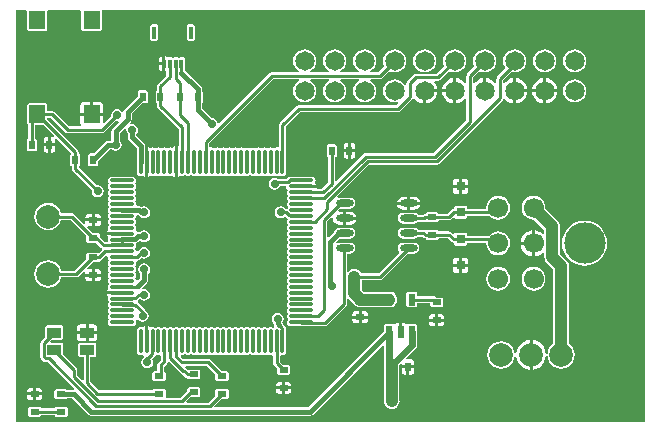
<source format=gtl>
G04 Layer_Physical_Order=1*
G04 Layer_Color=255*
%FSLAX25Y25*%
%MOIN*%
G70*
G01*
G75*
%ADD10O,0.08268X0.01181*%
%ADD11O,0.01181X0.08268*%
%ADD12O,0.05905X0.02362*%
%ADD13R,0.03150X0.01968*%
%ADD14R,0.03150X0.03150*%
%ADD15R,0.01378X0.04134*%
%ADD16R,0.01181X0.02953*%
%ADD17R,0.05512X0.06102*%
%ADD18R,0.02362X0.03937*%
%ADD19R,0.01968X0.03150*%
%ADD20R,0.04724X0.03543*%
%ADD21C,0.00984*%
%ADD22C,0.01000*%
%ADD23C,0.01500*%
%ADD24C,0.03937*%
%ADD25C,0.01575*%
%ADD26C,0.02362*%
%ADD27C,0.06500*%
%ADD28C,0.07874*%
%ADD29C,0.13780*%
%ADD30C,0.06693*%
%ADD31C,0.02756*%
G36*
X541296Y207204D02*
X331704Y207204D01*
Y344296D01*
X335086D01*
X335484Y343796D01*
Y337949D01*
X335675Y337490D01*
X336134Y337299D01*
X341646D01*
X342105Y337490D01*
X342295Y337949D01*
Y344051D01*
X342459Y344296D01*
X353196D01*
X353595Y343796D01*
Y337949D01*
X353785Y337490D01*
X354244Y337299D01*
X359756D01*
X360215Y337490D01*
X360405Y337949D01*
Y344051D01*
X360569Y344296D01*
X541296Y344296D01*
X541296Y207204D01*
D02*
G37*
%LPC*%
G36*
X504311Y258858D02*
X503281Y258723D01*
X502321Y258325D01*
X501496Y257693D01*
X500864Y256868D01*
X500466Y255908D01*
X500330Y254878D01*
X500466Y253848D01*
X500864Y252888D01*
X501496Y252063D01*
X502321Y251431D01*
X503281Y251033D01*
X504311Y250898D01*
X505341Y251033D01*
X506301Y251431D01*
X507126Y252063D01*
X507758Y252888D01*
X508156Y253848D01*
X508291Y254878D01*
X508156Y255908D01*
X507758Y256868D01*
X507126Y257693D01*
X506301Y258325D01*
X505341Y258723D01*
X504311Y258858D01*
D02*
G37*
G36*
X492500D02*
X491470Y258723D01*
X490510Y258325D01*
X489685Y257693D01*
X489053Y256868D01*
X488655Y255908D01*
X488519Y254878D01*
X488655Y253848D01*
X489053Y252888D01*
X489685Y252063D01*
X490510Y251431D01*
X491470Y251033D01*
X492500Y250898D01*
X493530Y251033D01*
X494490Y251431D01*
X495315Y252063D01*
X495947Y252888D01*
X496345Y253848D01*
X496481Y254878D01*
X496345Y255908D01*
X495947Y256868D01*
X495315Y257693D01*
X494490Y258325D01*
X493530Y258723D01*
X492500Y258858D01*
D02*
G37*
G36*
X357000Y255547D02*
X354922D01*
Y255063D01*
X354998Y254679D01*
X355216Y254353D01*
X355541Y254136D01*
X355925Y254060D01*
X357000D01*
Y255547D01*
D02*
G37*
G36*
X359075Y258035D02*
X358000D01*
Y256547D01*
X360078D01*
Y257031D01*
X360002Y257416D01*
X359784Y257741D01*
X359459Y257959D01*
X359075Y258035D01*
D02*
G37*
G36*
X360078Y255547D02*
X358000D01*
Y254060D01*
X359075D01*
X359459Y254136D01*
X359784Y254353D01*
X360002Y254679D01*
X360078Y255063D01*
Y255547D01*
D02*
G37*
G36*
X473575Y243035D02*
X472500D01*
Y241547D01*
X474578D01*
Y242032D01*
X474502Y242415D01*
X474284Y242741D01*
X473959Y242959D01*
X473575Y243035D01*
D02*
G37*
G36*
X471500D02*
X470425D01*
X470041Y242959D01*
X469716Y242741D01*
X469498Y242415D01*
X469422Y242032D01*
Y241547D01*
X471500D01*
Y243035D01*
D02*
G37*
G36*
X446000Y244035D02*
X444925D01*
X444541Y243959D01*
X444216Y243741D01*
X443998Y243415D01*
X443922Y243032D01*
Y242547D01*
X446000D01*
Y244035D01*
D02*
G37*
G36*
X464921Y250531D02*
X462559D01*
X462100Y250341D01*
X461910Y249882D01*
Y245945D01*
X462100Y245486D01*
X462559Y245295D01*
X464921D01*
X465380Y245486D01*
X465571Y245945D01*
Y246800D01*
X469776D01*
Y245969D01*
X469966Y245509D01*
X470425Y245319D01*
X473575D01*
X474034Y245509D01*
X474224Y245969D01*
Y247937D01*
X474034Y248396D01*
X473575Y248587D01*
X471941D01*
X471827Y248701D01*
X471465Y248942D01*
X471039Y249027D01*
X465571D01*
Y249882D01*
X465380Y250341D01*
X464921Y250531D01*
D02*
G37*
G36*
X448075Y244035D02*
X447000D01*
Y242547D01*
X449078D01*
Y243032D01*
X449002Y243415D01*
X448784Y243741D01*
X448459Y243959D01*
X448075Y244035D01*
D02*
G37*
G36*
X479500Y258839D02*
X477422D01*
Y257764D01*
X477498Y257380D01*
X477716Y257054D01*
X478041Y256837D01*
X478425Y256760D01*
X479500D01*
Y258839D01*
D02*
G37*
G36*
X503811Y270991D02*
X503181Y270908D01*
X502127Y270472D01*
X501222Y269778D01*
X500528Y268873D01*
X500092Y267819D01*
X500009Y267189D01*
X503811D01*
Y270991D01*
D02*
G37*
G36*
X464402Y271816D02*
X460858D01*
X460163Y271678D01*
X459574Y271284D01*
X459180Y270695D01*
X459042Y270000D01*
X459180Y269305D01*
X459574Y268716D01*
X460163Y268322D01*
X460858Y268184D01*
X464402D01*
X465097Y268322D01*
X465686Y268716D01*
X465800Y268886D01*
X467261D01*
X467388Y268760D01*
X467749Y268518D01*
X468175Y268434D01*
X468329D01*
X468466Y268104D01*
X468925Y267914D01*
X472075D01*
X472534Y268104D01*
X472671Y268434D01*
X475667D01*
X476888Y267213D01*
X477249Y266971D01*
X477675Y266886D01*
X477776Y266425D01*
X477966Y265966D01*
X478425Y265776D01*
X481575D01*
X482034Y265966D01*
X482224Y266425D01*
Y266886D01*
X488346D01*
X488519Y266689D01*
X488655Y265659D01*
X489053Y264699D01*
X489685Y263874D01*
X490510Y263242D01*
X491470Y262844D01*
X492500Y262708D01*
X493530Y262844D01*
X494490Y263242D01*
X495315Y263874D01*
X495947Y264699D01*
X496345Y265659D01*
X496481Y266689D01*
X496345Y267719D01*
X495947Y268679D01*
X495315Y269504D01*
X494490Y270136D01*
X493530Y270534D01*
X492500Y270670D01*
X491470Y270534D01*
X490510Y270136D01*
X489685Y269504D01*
X489386Y269113D01*
X482224D01*
Y269575D01*
X482034Y270034D01*
X481575Y270224D01*
X478425D01*
X477966Y270034D01*
X477953Y270004D01*
X477364Y269886D01*
X476915Y270335D01*
X476554Y270576D01*
X476128Y270661D01*
X472671D01*
X472534Y270991D01*
X472075Y271181D01*
X468925D01*
X468466Y270991D01*
X468287Y270936D01*
X468149Y271029D01*
X467722Y271113D01*
X465800D01*
X465686Y271284D01*
X465097Y271678D01*
X464402Y271816D01*
D02*
G37*
G36*
X504311Y282481D02*
X503281Y282345D01*
X502321Y281947D01*
X501496Y281315D01*
X500864Y280490D01*
X500466Y279530D01*
X500330Y278500D01*
X500466Y277470D01*
X500864Y276510D01*
X501496Y275685D01*
X502321Y275053D01*
X503281Y274655D01*
X504311Y274519D01*
X504591Y274556D01*
X507909Y271238D01*
Y269891D01*
X507436Y269731D01*
X507400Y269778D01*
X506495Y270472D01*
X505442Y270908D01*
X504811Y270991D01*
Y266689D01*
Y262387D01*
X505442Y262470D01*
X506495Y262906D01*
X507400Y263600D01*
X507436Y263647D01*
X507909Y263487D01*
Y262000D01*
X507998Y261330D01*
X508256Y260705D01*
X508668Y260168D01*
X510909Y257927D01*
Y233231D01*
X510264Y232736D01*
X509537Y231788D01*
X509080Y230684D01*
X508966Y229824D01*
X508946Y229668D01*
X508442D01*
X508421Y229824D01*
X508295Y230785D01*
X507799Y231982D01*
X507010Y233010D01*
X505982Y233799D01*
X504785Y234295D01*
X504000Y234398D01*
Y229500D01*
Y224602D01*
X504785Y224705D01*
X505982Y225201D01*
X507010Y225990D01*
X507799Y227018D01*
X508295Y228215D01*
X508421Y229176D01*
X508442Y229332D01*
X508946D01*
X508966Y229176D01*
X509080Y228316D01*
X509537Y227212D01*
X510264Y226264D01*
X511212Y225537D01*
X512316Y225080D01*
X513500Y224924D01*
X514684Y225080D01*
X515788Y225537D01*
X516736Y226264D01*
X517463Y227212D01*
X517920Y228316D01*
X518076Y229500D01*
X517920Y230684D01*
X517463Y231788D01*
X516736Y232736D01*
X516091Y233231D01*
Y259000D01*
X516002Y259670D01*
X515744Y260295D01*
X515332Y260832D01*
X513091Y263073D01*
Y272311D01*
X513002Y272982D01*
X512744Y273606D01*
X512332Y274143D01*
X508255Y278220D01*
X508291Y278500D01*
X508156Y279530D01*
X507758Y280490D01*
X507126Y281315D01*
X506301Y281947D01*
X505341Y282345D01*
X504311Y282481D01*
D02*
G37*
G36*
X360078Y273953D02*
X358000D01*
Y272465D01*
X359075D01*
X359459Y272541D01*
X359784Y272759D01*
X360002Y273084D01*
X360078Y273468D01*
Y273953D01*
D02*
G37*
G36*
X370622Y288836D02*
X363535D01*
X363071Y288743D01*
X362677Y288480D01*
X362414Y288087D01*
X362322Y287622D01*
X362414Y287158D01*
X362516Y287005D01*
X362636Y286638D01*
X362516Y286270D01*
X362414Y286118D01*
X362322Y285653D01*
X362414Y285189D01*
X362677Y284795D01*
Y284543D01*
X362414Y284150D01*
X362322Y283685D01*
X362414Y283221D01*
X362677Y282827D01*
Y282575D01*
X362414Y282181D01*
X362322Y281716D01*
X362414Y281252D01*
X362516Y281100D01*
X362636Y280732D01*
X362516Y280365D01*
X362414Y280213D01*
X362322Y279748D01*
X362414Y279283D01*
X362677Y278890D01*
Y278638D01*
X362414Y278244D01*
X362322Y277780D01*
X362414Y277315D01*
X362516Y277163D01*
X362636Y276795D01*
X362516Y276428D01*
X362414Y276276D01*
X362322Y275811D01*
X362414Y275346D01*
X362677Y274953D01*
Y274701D01*
X362414Y274307D01*
X362322Y273843D01*
X362414Y273378D01*
X362677Y272984D01*
Y272732D01*
X362414Y272339D01*
X362322Y271874D01*
X362414Y271410D01*
X362580Y271161D01*
X362400Y271041D01*
X362052Y270520D01*
X362029Y270406D01*
X367079D01*
Y269406D01*
X362029D01*
X362052Y269291D01*
X362400Y268770D01*
X362580Y268650D01*
X362414Y268402D01*
X362322Y267937D01*
X362392Y267582D01*
X362119Y267082D01*
X361493D01*
X359724Y268850D01*
Y269531D01*
X359534Y269991D01*
X359075Y270181D01*
X357441D01*
X355603Y272019D01*
X355849Y272480D01*
X355925Y272465D01*
X357000D01*
Y273953D01*
X354922D01*
Y273468D01*
X354937Y273392D01*
X354476Y273146D01*
X351228Y276394D01*
X350867Y276635D01*
X350441Y276720D01*
X346930D01*
X346920Y276791D01*
X346463Y277894D01*
X345736Y278842D01*
X344788Y279569D01*
X343684Y280027D01*
X342500Y280183D01*
X341316Y280027D01*
X340212Y279569D01*
X339264Y278842D01*
X338537Y277894D01*
X338080Y276791D01*
X337924Y275606D01*
X338080Y274422D01*
X338537Y273318D01*
X339264Y272371D01*
X340212Y271643D01*
X341316Y271186D01*
X342500Y271030D01*
X343684Y271186D01*
X344788Y271643D01*
X345736Y272371D01*
X346463Y273318D01*
X346920Y274422D01*
X346930Y274493D01*
X349980D01*
X355276Y269197D01*
Y267563D01*
X355466Y267104D01*
X355925Y266914D01*
X358512D01*
X360244Y265181D01*
X360337Y265119D01*
X360429Y264505D01*
X360428Y264503D01*
X359384Y263458D01*
X359075Y263586D01*
X355925D01*
X355466Y263396D01*
X355276Y262937D01*
Y261303D01*
X351480Y257507D01*
X346930D01*
X346920Y257578D01*
X346463Y258682D01*
X345736Y259630D01*
X344788Y260357D01*
X343684Y260814D01*
X342500Y260970D01*
X341316Y260814D01*
X340212Y260357D01*
X339264Y259630D01*
X338537Y258682D01*
X338080Y257578D01*
X337924Y256394D01*
X338080Y255209D01*
X338537Y254106D01*
X339264Y253158D01*
X340212Y252431D01*
X341316Y251974D01*
X342500Y251817D01*
X343684Y251974D01*
X344788Y252431D01*
X345736Y253158D01*
X346463Y254106D01*
X346920Y255209D01*
X346930Y255280D01*
X351941D01*
X352367Y255365D01*
X352728Y255606D01*
X354476Y257354D01*
X354937Y257108D01*
X354922Y257031D01*
Y256547D01*
X357000D01*
Y258035D01*
X355925D01*
X355849Y258020D01*
X355603Y258481D01*
X357441Y260319D01*
X359075D01*
X359534Y260509D01*
X359690Y260887D01*
X359879Y260924D01*
X360240Y261165D01*
X361695Y262620D01*
X361967Y262581D01*
X362327Y262058D01*
X362322Y262032D01*
X362414Y261567D01*
X362516Y261415D01*
X362636Y261047D01*
X362516Y260680D01*
X362414Y260527D01*
X362322Y260063D01*
X362414Y259598D01*
X362677Y259205D01*
Y258953D01*
X362414Y258559D01*
X362322Y258095D01*
X362414Y257630D01*
X362516Y257478D01*
X362636Y257110D01*
X362516Y256743D01*
X362414Y256591D01*
X362322Y256126D01*
X362414Y255662D01*
X362516Y255509D01*
X362636Y255142D01*
X362516Y254774D01*
X362414Y254622D01*
X362322Y254157D01*
X362414Y253693D01*
X362677Y253299D01*
Y253047D01*
X362414Y252654D01*
X362322Y252189D01*
X362414Y251724D01*
X362580Y251476D01*
X362400Y251356D01*
X362052Y250835D01*
X362029Y250721D01*
X367079D01*
Y249721D01*
X362029D01*
X362052Y249606D01*
X362400Y249085D01*
X362580Y248965D01*
X362414Y248716D01*
X362322Y248252D01*
X362414Y247787D01*
X362516Y247635D01*
X362636Y247268D01*
X362516Y246900D01*
X362414Y246748D01*
X362322Y246284D01*
X362414Y245819D01*
X362677Y245425D01*
Y245173D01*
X362414Y244779D01*
X362322Y244315D01*
X362414Y243850D01*
X362677Y243457D01*
Y243205D01*
X362414Y242811D01*
X362322Y242347D01*
X362414Y241882D01*
X362516Y241730D01*
X362636Y241362D01*
X362516Y240995D01*
X362414Y240843D01*
X362322Y240378D01*
X362414Y239913D01*
X362677Y239520D01*
X363071Y239257D01*
X363535Y239164D01*
X370622D01*
X371087Y239257D01*
X371480Y239520D01*
X371743Y239913D01*
X371836Y240378D01*
X371743Y240843D01*
X371642Y240995D01*
X371559Y241248D01*
X371727Y241546D01*
X372267Y241533D01*
X372574Y241074D01*
X373228Y240637D01*
X374000Y240483D01*
X374772Y240637D01*
X375426Y241074D01*
X375863Y241728D01*
X376017Y242500D01*
X375863Y243272D01*
X375426Y243926D01*
X374944Y244248D01*
X374793Y244474D01*
X374793Y244474D01*
X372317Y246951D01*
X372259Y247268D01*
X372317Y247585D01*
X372830Y248098D01*
X373074Y248074D01*
X373728Y247637D01*
X374500Y247483D01*
X375272Y247637D01*
X375926Y248074D01*
X376363Y248728D01*
X376517Y249500D01*
X376363Y250272D01*
X375926Y250926D01*
X375272Y251363D01*
X374500Y251517D01*
X374089Y251435D01*
X373842Y251896D01*
X375473Y253527D01*
X375772Y253973D01*
X375876Y254500D01*
X375876Y254500D01*
Y256541D01*
X375926Y256574D01*
X376363Y257228D01*
X376517Y258000D01*
X376363Y258772D01*
X375926Y259426D01*
X375272Y259863D01*
X374500Y260017D01*
X373728Y259863D01*
X373074Y259426D01*
X372637Y258772D01*
X372483Y258000D01*
X372637Y257228D01*
X373074Y256574D01*
X373124Y256541D01*
Y255070D01*
X372323Y254270D01*
X371781Y254434D01*
X371743Y254622D01*
X371642Y254774D01*
X371522Y255142D01*
X371642Y255509D01*
X371743Y255662D01*
X371836Y256126D01*
X371743Y256591D01*
X371642Y256743D01*
X371522Y257110D01*
X371642Y257478D01*
X371743Y257630D01*
X371836Y258095D01*
X371743Y258559D01*
X371480Y258953D01*
Y259205D01*
X371743Y259598D01*
X371836Y260063D01*
X371765Y260418D01*
X371964Y260791D01*
X372078Y260927D01*
X372458Y261003D01*
X372819Y261244D01*
X373418Y261844D01*
X373728Y261637D01*
X374500Y261483D01*
X375272Y261637D01*
X375926Y262074D01*
X376363Y262728D01*
X376517Y263500D01*
X376363Y264272D01*
X375926Y264926D01*
X375272Y265363D01*
X374500Y265517D01*
X373728Y265363D01*
X373074Y264926D01*
X372637Y264272D01*
X372633Y264251D01*
X372262Y263968D01*
X371805Y264156D01*
X371743Y264464D01*
X371480Y264858D01*
Y265110D01*
X371743Y265504D01*
X371836Y265968D01*
X371743Y266433D01*
X371842Y266671D01*
X371953Y266693D01*
X372399Y266992D01*
X372686Y267278D01*
X373074Y267574D01*
X373728Y267137D01*
X374500Y266983D01*
X375272Y267137D01*
X375926Y267574D01*
X376363Y268228D01*
X376517Y269000D01*
X376363Y269772D01*
X375926Y270426D01*
X375272Y270863D01*
X374500Y271017D01*
X373728Y270863D01*
X373074Y270426D01*
X373041Y270376D01*
X372461D01*
X372461Y270376D01*
X372353Y270355D01*
X372106Y270520D01*
X371757Y271041D01*
X371578Y271161D01*
X371743Y271410D01*
X371836Y271874D01*
X371743Y272339D01*
X371480Y272732D01*
Y272984D01*
X371743Y273378D01*
X371836Y273843D01*
X371743Y274307D01*
X371480Y274701D01*
Y274953D01*
X371743Y275346D01*
X371836Y275811D01*
X372289Y276009D01*
X372520Y276034D01*
X372527Y276027D01*
X372969Y275731D01*
X373074Y275574D01*
X373728Y275137D01*
X374500Y274983D01*
X375272Y275137D01*
X375926Y275574D01*
X376363Y276228D01*
X376517Y277000D01*
X376363Y277772D01*
X375926Y278426D01*
X375272Y278863D01*
X374500Y279017D01*
X373728Y278863D01*
X373622Y278792D01*
X373275Y279023D01*
X372748Y279128D01*
X372195D01*
X371812Y279628D01*
X371836Y279748D01*
X371743Y280213D01*
X371642Y280365D01*
X371522Y280732D01*
X371642Y281100D01*
X371743Y281252D01*
X371836Y281716D01*
X371743Y282181D01*
X371480Y282575D01*
Y282827D01*
X371743Y283221D01*
X371836Y283685D01*
X371743Y284150D01*
X371480Y284543D01*
Y284795D01*
X371743Y285189D01*
X371836Y285653D01*
X371743Y286118D01*
X371642Y286270D01*
X371522Y286638D01*
X371642Y287005D01*
X371743Y287158D01*
X371836Y287622D01*
X371743Y288087D01*
X371480Y288480D01*
X371087Y288743D01*
X370622Y288836D01*
D02*
G37*
G36*
X521319Y274215D02*
X519851Y274070D01*
X518439Y273642D01*
X517138Y272947D01*
X515997Y272011D01*
X515061Y270870D01*
X514366Y269569D01*
X513938Y268157D01*
X513793Y266689D01*
X513938Y265221D01*
X514366Y263809D01*
X515061Y262508D01*
X515997Y261367D01*
X517138Y260431D01*
X518439Y259736D01*
X519851Y259308D01*
X521319Y259163D01*
X522787Y259308D01*
X524199Y259736D01*
X525500Y260431D01*
X526641Y261367D01*
X527576Y262508D01*
X528272Y263809D01*
X528700Y265221D01*
X528845Y266689D01*
X528700Y268157D01*
X528272Y269569D01*
X527576Y270870D01*
X526641Y272011D01*
X525500Y272947D01*
X524199Y273642D01*
X522787Y274070D01*
X521319Y274215D01*
D02*
G37*
G36*
X482578Y258839D02*
X480500D01*
Y256760D01*
X481575D01*
X481959Y256837D01*
X482284Y257054D01*
X482502Y257380D01*
X482578Y257764D01*
Y258839D01*
D02*
G37*
G36*
X479500Y261917D02*
X478425D01*
X478041Y261841D01*
X477716Y261623D01*
X477498Y261297D01*
X477422Y260913D01*
Y259839D01*
X479500D01*
Y261917D01*
D02*
G37*
G36*
X503811Y266189D02*
X500009D01*
X500092Y265558D01*
X500528Y264505D01*
X501222Y263600D01*
X502127Y262906D01*
X503181Y262470D01*
X503811Y262387D01*
Y266189D01*
D02*
G37*
G36*
X481575Y261917D02*
X480500D01*
Y259839D01*
X482578D01*
Y260913D01*
X482502Y261297D01*
X482284Y261623D01*
X481959Y261841D01*
X481575Y261917D01*
D02*
G37*
G36*
X449078Y241547D02*
X447000D01*
Y240059D01*
X448075D01*
X448459Y240136D01*
X448784Y240353D01*
X449002Y240679D01*
X449078Y241063D01*
Y241547D01*
D02*
G37*
G36*
X339575Y218441D02*
X338500D01*
Y216953D01*
X340578D01*
Y217437D01*
X340502Y217821D01*
X340284Y218147D01*
X339959Y218364D01*
X339575Y218441D01*
D02*
G37*
G36*
X337500D02*
X336425D01*
X336041Y218364D01*
X335716Y218147D01*
X335498Y217821D01*
X335422Y217437D01*
Y216953D01*
X337500D01*
Y218441D01*
D02*
G37*
G36*
X420500Y220535D02*
X419425D01*
X419041Y220459D01*
X418716Y220241D01*
X418498Y219916D01*
X418422Y219531D01*
Y219047D01*
X420500D01*
Y220535D01*
D02*
G37*
G36*
X461953Y225000D02*
X460465D01*
Y223925D01*
X460541Y223541D01*
X460759Y223216D01*
X461085Y222998D01*
X461469Y222922D01*
X461953D01*
Y225000D01*
D02*
G37*
G36*
X422575Y220535D02*
X421500D01*
Y219047D01*
X423578D01*
Y219531D01*
X423502Y219916D01*
X423284Y220241D01*
X422959Y220459D01*
X422575Y220535D01*
D02*
G37*
G36*
X337500Y215953D02*
X335422D01*
Y215469D01*
X335498Y215085D01*
X335716Y214759D01*
X336041Y214541D01*
X336425Y214465D01*
X337500D01*
Y215953D01*
D02*
G37*
G36*
X339575Y212181D02*
X336425D01*
X335966Y211991D01*
X335776Y211531D01*
Y209563D01*
X335966Y209104D01*
X336425Y208913D01*
X339575D01*
X340034Y209104D01*
X340166Y209422D01*
X344644D01*
X344781Y209092D01*
X345240Y208902D01*
X348390D01*
X348849Y209092D01*
X349039Y209551D01*
Y211520D01*
X348849Y211979D01*
X348390Y212169D01*
X345240D01*
X344781Y211979D01*
X344644Y211649D01*
X340176D01*
X340034Y211991D01*
X339575Y212181D01*
D02*
G37*
G36*
X340578Y215953D02*
X338500D01*
Y214465D01*
X339575D01*
X339959Y214541D01*
X340284Y214759D01*
X340502Y215085D01*
X340578Y215469D01*
Y215953D01*
D02*
G37*
G36*
X423578Y218047D02*
X421500D01*
Y216560D01*
X422575D01*
X422959Y216636D01*
X423284Y216853D01*
X423502Y217179D01*
X423578Y217563D01*
Y218047D01*
D02*
G37*
G36*
X420500D02*
X418422D01*
Y217563D01*
X418498Y217179D01*
X418716Y216853D01*
X419041Y216636D01*
X419425Y216560D01*
X420500D01*
Y218047D01*
D02*
G37*
G36*
X464440Y225000D02*
X462953D01*
Y222922D01*
X463437D01*
X463821Y222998D01*
X464147Y223216D01*
X464364Y223541D01*
X464440Y223925D01*
Y225000D01*
D02*
G37*
G36*
X419000Y243517D02*
X418228Y243363D01*
X417574Y242926D01*
X417137Y242272D01*
X416983Y241500D01*
X417137Y240728D01*
X417574Y240074D01*
X417624Y240041D01*
Y240020D01*
X417728Y239493D01*
X417919Y239207D01*
X417803Y238707D01*
X417381Y238589D01*
X417150Y238743D01*
X416685Y238836D01*
X416221Y238743D01*
X415827Y238480D01*
X415575D01*
X415181Y238743D01*
X414716Y238836D01*
X414252Y238743D01*
X413858Y238480D01*
X413606D01*
X413213Y238743D01*
X412748Y238836D01*
X412284Y238743D01*
X411890Y238480D01*
X411638D01*
X411244Y238743D01*
X410779Y238836D01*
X410315Y238743D01*
X409921Y238480D01*
X409669D01*
X409276Y238743D01*
X408811Y238836D01*
X408347Y238743D01*
X407953Y238480D01*
X407701D01*
X407307Y238743D01*
X406843Y238836D01*
X406378Y238743D01*
X405984Y238480D01*
X405732D01*
X405338Y238743D01*
X404874Y238836D01*
X404410Y238743D01*
X404016Y238480D01*
X403764D01*
X403370Y238743D01*
X402906Y238836D01*
X402441Y238743D01*
X402047Y238480D01*
X401795D01*
X401402Y238743D01*
X400937Y238836D01*
X400472Y238743D01*
X400079Y238480D01*
X399827D01*
X399433Y238743D01*
X398969Y238836D01*
X398504Y238743D01*
X398110Y238480D01*
X397858D01*
X397464Y238743D01*
X397000Y238836D01*
X396535Y238743D01*
X396142Y238480D01*
X395890D01*
X395496Y238743D01*
X395031Y238836D01*
X394567Y238743D01*
X394173Y238480D01*
X393921D01*
X393528Y238743D01*
X393063Y238836D01*
X392599Y238743D01*
X392205Y238480D01*
X391953D01*
X391559Y238743D01*
X391094Y238836D01*
X390630Y238743D01*
X390236Y238480D01*
X389984D01*
X389591Y238743D01*
X389126Y238836D01*
X388662Y238743D01*
X388268Y238480D01*
X388016D01*
X387622Y238743D01*
X387158Y238836D01*
X386693Y238743D01*
X386299Y238480D01*
X386047D01*
X385653Y238743D01*
X385189Y238836D01*
X384724Y238743D01*
X384331Y238480D01*
X384079D01*
X383685Y238743D01*
X383221Y238836D01*
X382756Y238743D01*
X382362Y238480D01*
X382110D01*
X381716Y238743D01*
X381252Y238836D01*
X380787Y238743D01*
X380394Y238480D01*
X380142D01*
X379748Y238743D01*
X379283Y238836D01*
X378819Y238743D01*
X378425Y238480D01*
X378173D01*
X377780Y238743D01*
X377315Y238836D01*
X376850Y238743D01*
X376602Y238578D01*
X376482Y238757D01*
X375961Y239106D01*
X375847Y239128D01*
Y234079D01*
X374847D01*
Y239128D01*
X374732Y239106D01*
X374211Y238757D01*
X374091Y238578D01*
X373843Y238743D01*
X373378Y238836D01*
X372913Y238743D01*
X372520Y238480D01*
X372256Y238087D01*
X372164Y237622D01*
Y230535D01*
X372256Y230071D01*
X372520Y229677D01*
X372913Y229414D01*
X373378Y229322D01*
X373843Y229414D01*
X374091Y229580D01*
X374211Y229400D01*
X374527Y229189D01*
Y228918D01*
X374298Y228576D01*
X374074Y228426D01*
X373637Y227772D01*
X373483Y227000D01*
X373637Y226228D01*
X374074Y225574D01*
X374728Y225137D01*
X375500Y224983D01*
X376272Y225137D01*
X376926Y225574D01*
X377363Y226228D01*
X377517Y227000D01*
X377363Y227772D01*
X377183Y228042D01*
X378080Y228939D01*
X378080Y228939D01*
X378271Y229224D01*
X378323Y229302D01*
X378795Y229409D01*
X378854Y229407D01*
X379283Y229322D01*
X379638Y229392D01*
X380138Y229119D01*
Y227747D01*
X379193Y226802D01*
X378952Y226440D01*
X378867Y226014D01*
Y224086D01*
X377925D01*
X377466Y223896D01*
X377276Y223437D01*
Y221468D01*
X377466Y221009D01*
X377925Y220819D01*
X381075D01*
X381534Y221009D01*
X381724Y221468D01*
Y223437D01*
X381534Y223896D01*
X381094Y224078D01*
Y225553D01*
X382039Y226498D01*
X382039Y226499D01*
X382281Y226860D01*
X382337Y227141D01*
X382700Y227308D01*
X382866Y227319D01*
X386746Y223439D01*
X386746Y223439D01*
X387107Y223198D01*
X387199Y223179D01*
X388213Y222165D01*
X388574Y221924D01*
X388814Y221876D01*
X388966Y221509D01*
X389425Y221319D01*
X392575D01*
X393034Y221509D01*
X393224Y221969D01*
Y223937D01*
X393034Y224396D01*
X392575Y224587D01*
X389425D01*
X389083Y224445D01*
X388514Y225014D01*
X388153Y225255D01*
X388122Y225387D01*
X388504Y225887D01*
X395492D01*
X398276Y223102D01*
Y221468D01*
X398466Y221009D01*
X398925Y220819D01*
X402075D01*
X402534Y221009D01*
X402724Y221468D01*
Y223437D01*
X402534Y223896D01*
X402075Y224086D01*
X400441D01*
X396740Y227787D01*
X396379Y228029D01*
X395953Y228114D01*
X387461D01*
X386665Y228910D01*
X386911Y229370D01*
X387158Y229322D01*
X387622Y229414D01*
X388016Y229677D01*
X388268D01*
X388662Y229414D01*
X389126Y229322D01*
X389591Y229414D01*
X389984Y229677D01*
X390236D01*
X390630Y229414D01*
X391094Y229322D01*
X391559Y229414D01*
X391953Y229677D01*
X392205D01*
X392599Y229414D01*
X393063Y229322D01*
X393528Y229414D01*
X393921Y229677D01*
X394173D01*
X394567Y229414D01*
X395031Y229322D01*
X395496Y229414D01*
X395890Y229677D01*
X396142D01*
X396535Y229414D01*
X397000Y229322D01*
X397464Y229414D01*
X397858Y229677D01*
X398110D01*
X398504Y229414D01*
X398969Y229322D01*
X399433Y229414D01*
X399827Y229677D01*
X400079D01*
X400472Y229414D01*
X400937Y229322D01*
X401402Y229414D01*
X401795Y229677D01*
X402047D01*
X402441Y229414D01*
X402906Y229322D01*
X403370Y229414D01*
X403764Y229677D01*
X404016D01*
X404410Y229414D01*
X404874Y229322D01*
X405338Y229414D01*
X405732Y229677D01*
X405984D01*
X406378Y229414D01*
X406843Y229322D01*
X407307Y229414D01*
X407701Y229677D01*
X407953D01*
X408347Y229414D01*
X408811Y229322D01*
X409276Y229414D01*
X409669Y229677D01*
X409921D01*
X410315Y229414D01*
X410779Y229322D01*
X411244Y229414D01*
X411638Y229677D01*
X411890D01*
X412284Y229414D01*
X412748Y229322D01*
X413213Y229414D01*
X413606Y229677D01*
X413858D01*
X414252Y229414D01*
X414716Y229322D01*
X415181Y229414D01*
X415575Y229677D01*
X415827D01*
X416221Y229414D01*
X416685Y229322D01*
X417040Y229392D01*
X417540Y229119D01*
Y226799D01*
X417625Y226373D01*
X417866Y226012D01*
X418776Y225102D01*
Y223468D01*
X418966Y223009D01*
X419425Y222819D01*
X422575D01*
X423034Y223009D01*
X423224Y223468D01*
Y225437D01*
X423034Y225896D01*
X422575Y226086D01*
X420941D01*
X419767Y227260D01*
Y229119D01*
X420267Y229392D01*
X420622Y229322D01*
X421087Y229414D01*
X421480Y229677D01*
X421743Y230071D01*
X421836Y230535D01*
Y237622D01*
X421743Y238087D01*
X421716Y238128D01*
Y238426D01*
X421716Y238426D01*
X421630Y238855D01*
X421387Y239219D01*
X421387Y239219D01*
X420824Y239782D01*
X420772Y240047D01*
X420590Y240319D01*
X420863Y240728D01*
X421017Y241500D01*
X420863Y242272D01*
X420426Y242926D01*
X419772Y243363D01*
X419000Y243517D01*
D02*
G37*
G36*
X357874Y239630D02*
X356012D01*
Y237354D01*
X358877D01*
Y238626D01*
X358801Y239010D01*
X358584Y239336D01*
X358258Y239553D01*
X357874Y239630D01*
D02*
G37*
G36*
X471500Y240547D02*
X469422D01*
Y240063D01*
X469498Y239679D01*
X469716Y239353D01*
X470041Y239136D01*
X470425Y239059D01*
X471500D01*
Y240547D01*
D02*
G37*
G36*
X446000Y241547D02*
X443922D01*
Y241063D01*
X443998Y240679D01*
X444216Y240353D01*
X444541Y240136D01*
X444925Y240059D01*
X446000D01*
Y241547D01*
D02*
G37*
G36*
X474578Y240547D02*
X472500D01*
Y239059D01*
X473575D01*
X473959Y239136D01*
X474284Y239353D01*
X474502Y239679D01*
X474578Y240063D01*
Y240547D01*
D02*
G37*
G36*
X355012Y236354D02*
X352146D01*
Y235083D01*
X352222Y234699D01*
X352440Y234373D01*
X352766Y234156D01*
X353150Y234079D01*
X355012D01*
Y236354D01*
D02*
G37*
G36*
X503000Y234398D02*
X502215Y234295D01*
X501018Y233799D01*
X499990Y233010D01*
X499201Y231982D01*
X498705Y230785D01*
X498579Y229824D01*
X498558Y229668D01*
X498054D01*
X498034Y229824D01*
X497920Y230684D01*
X497463Y231788D01*
X496736Y232736D01*
X495788Y233463D01*
X494684Y233920D01*
X493500Y234076D01*
X492316Y233920D01*
X491212Y233463D01*
X490264Y232736D01*
X489537Y231788D01*
X489080Y230684D01*
X488924Y229500D01*
X489080Y228316D01*
X489537Y227212D01*
X490264Y226264D01*
X491212Y225537D01*
X492316Y225080D01*
X493500Y224924D01*
X494684Y225080D01*
X495788Y225537D01*
X496736Y226264D01*
X497463Y227212D01*
X497920Y228316D01*
X498034Y229176D01*
X498054Y229332D01*
X498558D01*
X498579Y229176D01*
X498705Y228215D01*
X499201Y227018D01*
X499990Y225990D01*
X501018Y225201D01*
X502215Y224705D01*
X503000Y224602D01*
Y229500D01*
Y234398D01*
D02*
G37*
G36*
X358877Y236354D02*
X356012D01*
Y234079D01*
X357874D01*
X358258Y234156D01*
X358584Y234373D01*
X358801Y234699D01*
X358877Y235083D01*
Y236354D01*
D02*
G37*
G36*
X355012Y239630D02*
X353150D01*
X352766Y239553D01*
X352440Y239336D01*
X352222Y239010D01*
X352146Y238626D01*
Y237354D01*
X355012D01*
Y239630D01*
D02*
G37*
G36*
X461181Y240059D02*
X460500D01*
Y237087D01*
X459500D01*
Y240059D01*
X458819D01*
X458435Y239982D01*
X458225Y239842D01*
X458225Y239842D01*
X458109Y239765D01*
X458028Y239644D01*
X457541Y239664D01*
X457502Y239679D01*
X457441Y239705D01*
X455079D01*
X454620Y239514D01*
X454429Y239055D01*
Y237203D01*
X429177Y211950D01*
X398131D01*
X397939Y212412D01*
X400441Y214914D01*
X402075D01*
X402534Y215104D01*
X402724Y215563D01*
Y217531D01*
X402534Y217991D01*
X402075Y218181D01*
X398925D01*
X398466Y217991D01*
X398276Y217531D01*
Y215898D01*
X395907Y213529D01*
X388757D01*
X388566Y213991D01*
X389988Y215413D01*
X392575D01*
X393034Y215604D01*
X393224Y216063D01*
Y218032D01*
X393034Y218491D01*
X392575Y218681D01*
X389425D01*
X388966Y218491D01*
X388776Y218032D01*
Y217351D01*
X386539Y215113D01*
X381988D01*
X381710Y215529D01*
X381724Y215563D01*
Y217531D01*
X381534Y217991D01*
X381075Y218181D01*
X377925D01*
X377466Y217991D01*
X377329Y217661D01*
X359395D01*
X356625Y220430D01*
Y228725D01*
X357874D01*
X358333Y228915D01*
X358524Y229374D01*
Y232917D01*
X358333Y233377D01*
X357874Y233567D01*
X353150D01*
X352690Y233377D01*
X352500Y232917D01*
Y229374D01*
X352690Y228915D01*
X353150Y228725D01*
X354398D01*
Y221070D01*
X353936Y220879D01*
X352198Y222618D01*
Y224550D01*
X352198Y224550D01*
X352113Y224976D01*
X351872Y225337D01*
X347500Y229709D01*
Y232917D01*
X347310Y233377D01*
X346850Y233567D01*
X343429D01*
X343237Y234029D01*
X343642Y234433D01*
X346850D01*
X347310Y234624D01*
X347500Y235083D01*
Y238626D01*
X347310Y239085D01*
X346850Y239275D01*
X342126D01*
X341667Y239085D01*
X341476Y238626D01*
Y235418D01*
X340713Y234653D01*
X340652Y234562D01*
X340247Y234157D01*
X340005Y233796D01*
X339920Y233370D01*
Y228922D01*
X340005Y228496D01*
X340247Y228134D01*
X340886Y227495D01*
X341248Y227253D01*
X341674Y227168D01*
X341674Y227168D01*
X342257D01*
X351125Y218300D01*
X351050Y218031D01*
X350901Y217817D01*
X348877D01*
X348849Y217884D01*
X348390Y218075D01*
X345240D01*
X344781Y217884D01*
X344591Y217425D01*
Y215457D01*
X344781Y214998D01*
X345240Y214807D01*
X348390D01*
X348849Y214998D01*
X348877Y215065D01*
X350420D01*
X355884Y209600D01*
X355884Y209600D01*
X356331Y209302D01*
X356857Y209197D01*
X429747D01*
X430274Y209302D01*
X430720Y209600D01*
X453982Y232862D01*
X454444Y232671D01*
Y226455D01*
X454409Y226193D01*
Y214052D01*
X454498Y213381D01*
X454756Y212756D01*
X455168Y212220D01*
X455213Y212175D01*
X455750Y211763D01*
X456375Y211504D01*
X457045Y211416D01*
X457716Y211504D01*
X458341Y211763D01*
X458877Y212175D01*
X459289Y212711D01*
X459548Y213336D01*
X459636Y214006D01*
X459591Y214351D01*
Y226193D01*
X459588Y226213D01*
X459965Y226590D01*
X460465Y226383D01*
Y226000D01*
X464440D01*
Y227075D01*
X464364Y227459D01*
X464147Y227784D01*
X463821Y228002D01*
X463437Y228078D01*
X462161D01*
X461954Y228578D01*
X465024Y231649D01*
X465418Y232238D01*
X465556Y232933D01*
Y235083D01*
X465571Y235118D01*
Y239055D01*
X465380Y239514D01*
X464921Y239705D01*
X462559D01*
X462498Y239679D01*
X462459Y239664D01*
X461972Y239644D01*
X461891Y239765D01*
X461775Y239842D01*
X461774Y239842D01*
X461565Y239982D01*
X461181Y240059D01*
D02*
G37*
G36*
X512205Y317000D02*
X508500D01*
Y313295D01*
X509105Y313375D01*
X510135Y313801D01*
X511020Y314480D01*
X511699Y315365D01*
X512125Y316395D01*
X512205Y317000D01*
D02*
G37*
G36*
X507500D02*
X503795D01*
X503875Y316395D01*
X504301Y315365D01*
X504980Y314480D01*
X505865Y313801D01*
X506895Y313375D01*
X507500Y313295D01*
Y317000D01*
D02*
G37*
G36*
X518000Y321383D02*
X516995Y321251D01*
X516058Y320863D01*
X515254Y320246D01*
X514637Y319442D01*
X514249Y318505D01*
X514117Y317500D01*
X514249Y316495D01*
X514637Y315558D01*
X515254Y314754D01*
X516058Y314137D01*
X516995Y313749D01*
X518000Y313617D01*
X519005Y313749D01*
X519942Y314137D01*
X520746Y314754D01*
X521363Y315558D01*
X521751Y316495D01*
X521883Y317500D01*
X521751Y318505D01*
X521363Y319442D01*
X520746Y320246D01*
X519942Y320863D01*
X519005Y321251D01*
X518000Y321383D01*
D02*
G37*
G36*
X498500Y321705D02*
Y318000D01*
X502205D01*
X502125Y318605D01*
X501699Y319635D01*
X501020Y320520D01*
X500135Y321199D01*
X499105Y321625D01*
X498500Y321705D01*
D02*
G37*
G36*
X477500D02*
X476895Y321625D01*
X475865Y321199D01*
X474980Y320520D01*
X474301Y319635D01*
X473875Y318605D01*
X473795Y318000D01*
X477500D01*
Y321705D01*
D02*
G37*
G36*
X375031Y317724D02*
X373063D01*
X372604Y317534D01*
X372413Y317075D01*
Y315813D01*
X368027Y311426D01*
X367728Y310980D01*
X367674Y310706D01*
X367143Y310601D01*
X366926Y310926D01*
X366272Y311363D01*
X365500Y311517D01*
X364728Y311363D01*
X364074Y310926D01*
X363637Y310272D01*
X363483Y309500D01*
X363557Y309131D01*
X361259Y306834D01*
X360759Y307041D01*
Y309201D01*
X357000D01*
X353241D01*
Y306650D01*
X353317Y306266D01*
X353419Y306114D01*
X353192Y305613D01*
X349461D01*
X344587Y310488D01*
X344225Y310730D01*
X343799Y310814D01*
X342295D01*
Y312752D01*
X342105Y313211D01*
X341646Y313401D01*
X336134D01*
X335675Y313211D01*
X335484Y312752D01*
Y306650D01*
X335675Y306190D01*
X335934Y306083D01*
Y301671D01*
X335604Y301534D01*
X335414Y301075D01*
Y297925D01*
X335604Y297466D01*
X336063Y297276D01*
X338032D01*
X338491Y297466D01*
X338681Y297925D01*
Y301075D01*
X338491Y301534D01*
X338161Y301671D01*
Y306000D01*
X341016D01*
X344598Y302418D01*
X344338Y302028D01*
X344303Y302006D01*
X343937Y302078D01*
X343453D01*
Y300000D01*
X344940D01*
Y301075D01*
X344868Y301441D01*
X344890Y301476D01*
X345280Y301736D01*
X350167Y296849D01*
X350104Y296534D01*
X349914Y296075D01*
Y292925D01*
X350104Y292466D01*
X350434Y292329D01*
Y291453D01*
X350518Y291027D01*
X350760Y290665D01*
X357057Y284369D01*
X356983Y284000D01*
X357137Y283228D01*
X357574Y282574D01*
X358228Y282137D01*
X359000Y281983D01*
X359772Y282137D01*
X360426Y282574D01*
X360863Y283228D01*
X361017Y284000D01*
X360863Y284772D01*
X360426Y285426D01*
X359772Y285863D01*
X359000Y286017D01*
X358631Y285943D01*
X352707Y291867D01*
X352763Y292372D01*
X352991Y292466D01*
X353181Y292925D01*
Y296075D01*
X352991Y296534D01*
X352661Y296671D01*
Y297043D01*
X352576Y297469D01*
X352335Y297831D01*
X342295Y307870D01*
Y308587D01*
X343338D01*
X348213Y303713D01*
X348574Y303471D01*
X349000Y303386D01*
X349000Y303386D01*
X360500D01*
X360926Y303471D01*
X361287Y303713D01*
X365131Y307557D01*
X365500Y307483D01*
X365911Y307565D01*
X366158Y307104D01*
X364027Y304973D01*
X363728Y304527D01*
X363623Y304000D01*
Y300959D01*
X363574Y300926D01*
X363541Y300876D01*
X362500D01*
X362500Y300876D01*
X361973Y300772D01*
X361527Y300473D01*
X357778Y296724D01*
X356469D01*
X356009Y296534D01*
X355819Y296075D01*
Y292925D01*
X356009Y292466D01*
X356469Y292276D01*
X358437D01*
X358896Y292466D01*
X359086Y292925D01*
Y294140D01*
X363070Y298123D01*
X363559Y298096D01*
X363574Y298074D01*
X364228Y297637D01*
X365000Y297483D01*
X365772Y297637D01*
X366426Y298074D01*
X366863Y298728D01*
X367017Y299500D01*
X366863Y300272D01*
X366426Y300926D01*
X366376Y300959D01*
Y303430D01*
X368104Y305158D01*
X368565Y304911D01*
X368483Y304500D01*
X368637Y303728D01*
X369074Y303074D01*
X369124Y303041D01*
Y302000D01*
X369228Y301473D01*
X369527Y301027D01*
X372002Y298552D01*
Y293921D01*
X372106Y293394D01*
X372164Y293308D01*
Y290378D01*
X372256Y289913D01*
X372520Y289520D01*
X372913Y289257D01*
X373378Y289164D01*
X373843Y289257D01*
X374091Y289422D01*
X374211Y289243D01*
X374732Y288895D01*
X374847Y288872D01*
Y293921D01*
Y299108D01*
X374754Y299122D01*
X374650Y299649D01*
X374351Y300095D01*
X374351Y300095D01*
X371877Y302570D01*
X371903Y303059D01*
X371926Y303074D01*
X372363Y303728D01*
X372517Y304500D01*
X372363Y305272D01*
X371926Y305926D01*
X371272Y306363D01*
X370500Y306517D01*
X370089Y306435D01*
X369842Y306896D01*
X369973Y307027D01*
X369973Y307027D01*
X370272Y307473D01*
X370376Y308000D01*
Y309883D01*
X373770Y313276D01*
X375031D01*
X375491Y313466D01*
X375681Y313925D01*
Y317075D01*
X375491Y317534D01*
X375031Y317724D01*
D02*
G37*
G36*
X359756Y313755D02*
X357500D01*
Y310201D01*
X360759D01*
Y312752D01*
X360683Y313136D01*
X360466Y313462D01*
X360140Y313679D01*
X359756Y313755D01*
D02*
G37*
G36*
X472205Y317000D02*
X468500D01*
Y313295D01*
X469105Y313375D01*
X470135Y313801D01*
X471020Y314480D01*
X471699Y315365D01*
X472125Y316395D01*
X472205Y317000D01*
D02*
G37*
G36*
X502205D02*
X498500D01*
Y313295D01*
X499105Y313375D01*
X500135Y313801D01*
X501020Y314480D01*
X501699Y315365D01*
X502125Y316395D01*
X502205Y317000D01*
D02*
G37*
G36*
X477500D02*
X473795D01*
X473875Y316395D01*
X474301Y315365D01*
X474980Y314480D01*
X475865Y313801D01*
X476895Y313375D01*
X477500Y313295D01*
Y317000D01*
D02*
G37*
G36*
X507500Y321705D02*
X506895Y321625D01*
X505865Y321199D01*
X504980Y320520D01*
X504301Y319635D01*
X503875Y318605D01*
X503795Y318000D01*
X507500D01*
Y321705D01*
D02*
G37*
G36*
X380547Y325988D02*
X379453D01*
Y325012D01*
X379530Y324628D01*
X379747Y324302D01*
X380073Y324085D01*
X380457Y324008D01*
X380547D01*
Y325988D01*
D02*
G37*
G36*
X518000Y331383D02*
X516995Y331251D01*
X516058Y330863D01*
X515254Y330246D01*
X514637Y329442D01*
X514249Y328505D01*
X514117Y327500D01*
X514249Y326495D01*
X514637Y325558D01*
X515254Y324754D01*
X516058Y324137D01*
X516995Y323749D01*
X518000Y323617D01*
X519005Y323749D01*
X519942Y324137D01*
X520746Y324754D01*
X521363Y325558D01*
X521751Y326495D01*
X521883Y327500D01*
X521751Y328505D01*
X521363Y329442D01*
X520746Y330246D01*
X519942Y330863D01*
X519005Y331251D01*
X518000Y331383D01*
D02*
G37*
G36*
X380547Y328968D02*
X380457D01*
X380073Y328892D01*
X379747Y328674D01*
X379530Y328349D01*
X379453Y327965D01*
Y326988D01*
X380547D01*
Y328968D01*
D02*
G37*
G36*
X390752Y339638D02*
X389374D01*
X388915Y339447D01*
X388725Y338988D01*
Y334854D01*
X388915Y334395D01*
X389374Y334205D01*
X390752D01*
X391211Y334395D01*
X391401Y334854D01*
Y338988D01*
X391211Y339447D01*
X390752Y339638D01*
D02*
G37*
G36*
X378626D02*
X377248D01*
X376789Y339447D01*
X376599Y338988D01*
Y334854D01*
X376789Y334395D01*
X377248Y334205D01*
X378626D01*
X379085Y334395D01*
X379275Y334854D01*
Y338988D01*
X379085Y339447D01*
X378626Y339638D01*
D02*
G37*
G36*
X478000Y331383D02*
X476995Y331251D01*
X476058Y330863D01*
X475254Y330246D01*
X474637Y329442D01*
X474249Y328505D01*
X474117Y327500D01*
X474249Y326495D01*
X474592Y325667D01*
X472039Y323113D01*
X465000D01*
X465000Y323113D01*
X464574Y323029D01*
X464213Y322787D01*
X462213Y320787D01*
X461971Y320426D01*
X461887Y320000D01*
Y319484D01*
X461386Y319385D01*
X461363Y319442D01*
X460746Y320246D01*
X459942Y320863D01*
X459005Y321251D01*
X458000Y321383D01*
X456995Y321251D01*
X456058Y320863D01*
X455254Y320246D01*
X454637Y319442D01*
X454249Y318505D01*
X454117Y317500D01*
X454249Y316495D01*
X454637Y315558D01*
X455254Y314754D01*
X456058Y314137D01*
X456995Y313749D01*
X458000Y313617D01*
X458961Y313743D01*
X459001Y313706D01*
X459111Y313186D01*
X458539Y312614D01*
X426000D01*
X425574Y312529D01*
X425213Y312287D01*
X419835Y306909D01*
X419593Y306548D01*
X419509Y306122D01*
Y298881D01*
X419008Y298608D01*
X418653Y298678D01*
X418189Y298586D01*
X417795Y298323D01*
X417543D01*
X417150Y298586D01*
X416685Y298678D01*
X416221Y298586D01*
X415827Y298323D01*
X415575D01*
X415181Y298586D01*
X414716Y298678D01*
X414252Y298586D01*
X413858Y298323D01*
X413606D01*
X413213Y298586D01*
X412748Y298678D01*
X412284Y298586D01*
X411890Y298323D01*
X411638D01*
X411244Y298586D01*
X410779Y298678D01*
X410315Y298586D01*
X409921Y298323D01*
X409669D01*
X409276Y298586D01*
X408811Y298678D01*
X408347Y298586D01*
X407953Y298323D01*
X407701D01*
X407307Y298586D01*
X406843Y298678D01*
X406378Y298586D01*
X405984Y298323D01*
X405732D01*
X405338Y298586D01*
X404874Y298678D01*
X404410Y298586D01*
X404016Y298323D01*
X403764D01*
X403370Y298586D01*
X402906Y298678D01*
X402441Y298586D01*
X402047Y298323D01*
X401795D01*
X401402Y298586D01*
X400937Y298678D01*
X400472Y298586D01*
X400079Y298323D01*
X399827D01*
X399433Y298586D01*
X398969Y298678D01*
X398504Y298586D01*
X398110Y298323D01*
X397858D01*
X397464Y298586D01*
X397000Y298678D01*
X396645Y298608D01*
X396145Y298881D01*
Y300070D01*
X417461Y321387D01*
X426016D01*
X426115Y320886D01*
X426058Y320863D01*
X425254Y320246D01*
X424637Y319442D01*
X424249Y318505D01*
X424117Y317500D01*
X424249Y316495D01*
X424637Y315558D01*
X425254Y314754D01*
X426058Y314137D01*
X426995Y313749D01*
X428000Y313617D01*
X429005Y313749D01*
X429942Y314137D01*
X430746Y314754D01*
X431363Y315558D01*
X431751Y316495D01*
X431883Y317500D01*
X431751Y318505D01*
X431363Y319442D01*
X430746Y320246D01*
X429942Y320863D01*
X429885Y320886D01*
X429984Y321387D01*
X436016D01*
X436115Y320886D01*
X436058Y320863D01*
X435254Y320246D01*
X434637Y319442D01*
X434249Y318505D01*
X434117Y317500D01*
X434249Y316495D01*
X434637Y315558D01*
X435254Y314754D01*
X436058Y314137D01*
X436995Y313749D01*
X438000Y313617D01*
X439005Y313749D01*
X439942Y314137D01*
X440746Y314754D01*
X441363Y315558D01*
X441751Y316495D01*
X441883Y317500D01*
X441751Y318505D01*
X441363Y319442D01*
X440746Y320246D01*
X439942Y320863D01*
X439885Y320886D01*
X439984Y321387D01*
X446016D01*
X446115Y320886D01*
X446058Y320863D01*
X445254Y320246D01*
X444637Y319442D01*
X444249Y318505D01*
X444117Y317500D01*
X444249Y316495D01*
X444637Y315558D01*
X445254Y314754D01*
X446058Y314137D01*
X446995Y313749D01*
X448000Y313617D01*
X449005Y313749D01*
X449942Y314137D01*
X450746Y314754D01*
X451363Y315558D01*
X451751Y316495D01*
X451883Y317500D01*
X451751Y318505D01*
X451363Y319442D01*
X450746Y320246D01*
X449942Y320863D01*
X449885Y320886D01*
X449984Y321387D01*
X453000D01*
X453426Y321471D01*
X453787Y321713D01*
X456167Y324092D01*
X456995Y323749D01*
X458000Y323617D01*
X459005Y323749D01*
X459942Y324137D01*
X460746Y324754D01*
X461363Y325558D01*
X461751Y326495D01*
X461883Y327500D01*
X461751Y328505D01*
X461363Y329442D01*
X460746Y330246D01*
X459942Y330863D01*
X459005Y331251D01*
X458000Y331383D01*
X456995Y331251D01*
X456058Y330863D01*
X455254Y330246D01*
X454637Y329442D01*
X454249Y328505D01*
X454117Y327500D01*
X454249Y326495D01*
X454592Y325667D01*
X452539Y323614D01*
X449984D01*
X449885Y324113D01*
X449942Y324137D01*
X450746Y324754D01*
X451363Y325558D01*
X451751Y326495D01*
X451883Y327500D01*
X451751Y328505D01*
X451363Y329442D01*
X450746Y330246D01*
X449942Y330863D01*
X449005Y331251D01*
X448000Y331383D01*
X446995Y331251D01*
X446058Y330863D01*
X445254Y330246D01*
X444637Y329442D01*
X444249Y328505D01*
X444117Y327500D01*
X444249Y326495D01*
X444637Y325558D01*
X445254Y324754D01*
X446058Y324137D01*
X446115Y324113D01*
X446016Y323614D01*
X439984D01*
X439885Y324113D01*
X439942Y324137D01*
X440746Y324754D01*
X441363Y325558D01*
X441751Y326495D01*
X441883Y327500D01*
X441751Y328505D01*
X441363Y329442D01*
X440746Y330246D01*
X439942Y330863D01*
X439005Y331251D01*
X438000Y331383D01*
X436995Y331251D01*
X436058Y330863D01*
X435254Y330246D01*
X434637Y329442D01*
X434249Y328505D01*
X434117Y327500D01*
X434249Y326495D01*
X434637Y325558D01*
X435254Y324754D01*
X436058Y324137D01*
X436115Y324113D01*
X436016Y323614D01*
X429984D01*
X429885Y324113D01*
X429942Y324137D01*
X430746Y324754D01*
X431363Y325558D01*
X431751Y326495D01*
X431883Y327500D01*
X431751Y328505D01*
X431363Y329442D01*
X430746Y330246D01*
X429942Y330863D01*
X429005Y331251D01*
X428000Y331383D01*
X426995Y331251D01*
X426058Y330863D01*
X425254Y330246D01*
X424637Y329442D01*
X424249Y328505D01*
X424117Y327500D01*
X424249Y326495D01*
X424637Y325558D01*
X425254Y324754D01*
X426058Y324137D01*
X426115Y324113D01*
X426016Y323614D01*
X417000D01*
X416574Y323529D01*
X416213Y323287D01*
X399503Y306578D01*
X398967Y306749D01*
X398863Y307272D01*
X398426Y307926D01*
X397772Y308363D01*
X397000Y308517D01*
X396941Y308505D01*
X393829Y311617D01*
Y313438D01*
X393896Y313466D01*
X394087Y313925D01*
Y317075D01*
X393896Y317534D01*
X393829Y317562D01*
Y318047D01*
X393724Y318574D01*
X393426Y319021D01*
X393426Y319021D01*
X388066Y324380D01*
Y324707D01*
X388193Y325012D01*
Y327965D01*
X388002Y328424D01*
X387543Y328614D01*
X386362D01*
X385968Y328451D01*
X385575Y328614D01*
X384394D01*
X384000Y328451D01*
X383606Y328614D01*
X382425D01*
X382396Y328602D01*
X382347Y328674D01*
X382022Y328892D01*
X381638Y328968D01*
X381547D01*
Y326488D01*
Y324008D01*
X381638D01*
X381902Y323791D01*
Y322477D01*
X379165Y319740D01*
X378924Y319379D01*
X378839Y318953D01*
Y317671D01*
X378509Y317534D01*
X378319Y317075D01*
Y313925D01*
X378509Y313466D01*
X378839Y313329D01*
Y312547D01*
X378924Y312121D01*
X379165Y311760D01*
X386044Y304881D01*
Y299343D01*
X385689Y299099D01*
Y293921D01*
Y288872D01*
X385803Y288895D01*
X386324Y289243D01*
X386444Y289422D01*
X386693Y289257D01*
X387158Y289164D01*
X387622Y289257D01*
X388016Y289520D01*
X388268D01*
X388662Y289257D01*
X389126Y289164D01*
X389591Y289257D01*
X389984Y289520D01*
X390236D01*
X390630Y289257D01*
X391094Y289164D01*
X391559Y289257D01*
X391953Y289520D01*
X392205D01*
X392599Y289257D01*
X393063Y289164D01*
X393528Y289257D01*
X393921Y289520D01*
X394173D01*
X394567Y289257D01*
X395031Y289164D01*
X395496Y289257D01*
X395890Y289520D01*
X396142D01*
X396535Y289257D01*
X397000Y289164D01*
X397464Y289257D01*
X397858Y289520D01*
X398110D01*
X398504Y289257D01*
X398969Y289164D01*
X399433Y289257D01*
X399827Y289520D01*
X400079D01*
X400472Y289257D01*
X400937Y289164D01*
X401402Y289257D01*
X401795Y289520D01*
X402047D01*
X402441Y289257D01*
X402906Y289164D01*
X403370Y289257D01*
X403764Y289520D01*
X404016D01*
X404410Y289257D01*
X404874Y289164D01*
X405338Y289257D01*
X405732Y289520D01*
X405984D01*
X406378Y289257D01*
X406843Y289164D01*
X407307Y289257D01*
X407701Y289520D01*
X407953D01*
X408347Y289257D01*
X408811Y289164D01*
X409276Y289257D01*
X409669Y289520D01*
X409921D01*
X410315Y289257D01*
X410779Y289164D01*
X411244Y289257D01*
X411638Y289520D01*
X411890D01*
X412284Y289257D01*
X412748Y289164D01*
X413213Y289257D01*
X413606Y289520D01*
X413858D01*
X414252Y289257D01*
X414716Y289164D01*
X415181Y289257D01*
X415575Y289520D01*
X415827D01*
X416221Y289257D01*
X416685Y289164D01*
X417150Y289257D01*
X417543Y289520D01*
X417795D01*
X418189Y289257D01*
X418653Y289164D01*
X419118Y289257D01*
X419512Y289520D01*
X419764D01*
X420157Y289257D01*
X420622Y289164D01*
X421087Y289257D01*
X421480Y289520D01*
X421743Y289913D01*
X421836Y290378D01*
Y297465D01*
X421743Y297929D01*
X421736Y297941D01*
Y305661D01*
X426461Y310386D01*
X459000D01*
X459426Y310471D01*
X459787Y310713D01*
X463787Y314713D01*
X463787Y314713D01*
X463966Y314980D01*
X464348Y315065D01*
X464536Y315059D01*
X464980Y314480D01*
X465865Y313801D01*
X466895Y313375D01*
X467500Y313295D01*
Y317500D01*
X468000D01*
Y318000D01*
X472205D01*
X472125Y318605D01*
X471699Y319635D01*
X471122Y320387D01*
X471309Y320886D01*
X472500D01*
X472926Y320971D01*
X473287Y321213D01*
X476167Y324092D01*
X476995Y323749D01*
X478000Y323617D01*
X479005Y323749D01*
X479942Y324137D01*
X480746Y324754D01*
X481363Y325558D01*
X481751Y326495D01*
X481883Y327500D01*
X481751Y328505D01*
X481363Y329442D01*
X480746Y330246D01*
X479942Y330863D01*
X479005Y331251D01*
X478000Y331383D01*
D02*
G37*
G36*
X508500Y321705D02*
Y318000D01*
X512205D01*
X512125Y318605D01*
X511699Y319635D01*
X511020Y320520D01*
X510135Y321199D01*
X509105Y321625D01*
X508500Y321705D01*
D02*
G37*
G36*
X468000Y331383D02*
X466995Y331251D01*
X466058Y330863D01*
X465254Y330246D01*
X464637Y329442D01*
X464249Y328505D01*
X464117Y327500D01*
X464249Y326495D01*
X464637Y325558D01*
X465254Y324754D01*
X466058Y324137D01*
X466995Y323749D01*
X468000Y323617D01*
X469005Y323749D01*
X469942Y324137D01*
X470746Y324754D01*
X471363Y325558D01*
X471751Y326495D01*
X471883Y327500D01*
X471751Y328505D01*
X471363Y329442D01*
X470746Y330246D01*
X469942Y330863D01*
X469005Y331251D01*
X468000Y331383D01*
D02*
G37*
G36*
X508000D02*
X506995Y331251D01*
X506058Y330863D01*
X505254Y330246D01*
X504637Y329442D01*
X504249Y328505D01*
X504117Y327500D01*
X504249Y326495D01*
X504637Y325558D01*
X505254Y324754D01*
X506058Y324137D01*
X506995Y323749D01*
X508000Y323617D01*
X509005Y323749D01*
X509942Y324137D01*
X510746Y324754D01*
X511363Y325558D01*
X511751Y326495D01*
X511883Y327500D01*
X511751Y328505D01*
X511363Y329442D01*
X510746Y330246D01*
X509942Y330863D01*
X509005Y331251D01*
X508000Y331383D01*
D02*
G37*
G36*
X498000D02*
X496995Y331251D01*
X496058Y330863D01*
X495254Y330246D01*
X494637Y329442D01*
X494249Y328505D01*
X494117Y327500D01*
X494249Y326495D01*
X494637Y325558D01*
X495005Y325079D01*
X492213Y322287D01*
X491971Y321926D01*
X491887Y321500D01*
Y320212D01*
X491387Y320042D01*
X491020Y320520D01*
X490135Y321199D01*
X489105Y321625D01*
X488500Y321705D01*
Y317500D01*
X487500D01*
Y321705D01*
X486895Y321625D01*
X485865Y321199D01*
X484980Y320520D01*
X484614Y320042D01*
X484114Y320212D01*
Y322039D01*
X486167Y324092D01*
X486995Y323749D01*
X488000Y323617D01*
X489005Y323749D01*
X489942Y324137D01*
X490746Y324754D01*
X491363Y325558D01*
X491751Y326495D01*
X491883Y327500D01*
X491751Y328505D01*
X491363Y329442D01*
X490746Y330246D01*
X489942Y330863D01*
X489005Y331251D01*
X488000Y331383D01*
X486995Y331251D01*
X486058Y330863D01*
X485254Y330246D01*
X484637Y329442D01*
X484249Y328505D01*
X484117Y327500D01*
X484249Y326495D01*
X484592Y325667D01*
X482213Y323287D01*
X481971Y322926D01*
X481886Y322500D01*
Y320212D01*
X481387Y320042D01*
X481020Y320520D01*
X480135Y321199D01*
X479105Y321625D01*
X478500Y321705D01*
Y317500D01*
Y313295D01*
X479105Y313375D01*
X480135Y313801D01*
X481020Y314480D01*
X481387Y314958D01*
X481886Y314788D01*
Y307702D01*
X470883Y296698D01*
X448344D01*
X447918Y296613D01*
X447556Y296372D01*
X438623Y287438D01*
X438161Y287629D01*
Y295329D01*
X438491Y295466D01*
X438681Y295925D01*
Y299075D01*
X438491Y299534D01*
X438031Y299724D01*
X436063D01*
X435604Y299534D01*
X435414Y299075D01*
Y295925D01*
X435604Y295466D01*
X435934Y295329D01*
Y286989D01*
X433743Y284799D01*
X432343D01*
X432099Y285154D01*
X426921D01*
Y286154D01*
X431971D01*
X431948Y286268D01*
X431600Y286789D01*
X431420Y286909D01*
X431586Y287158D01*
X431678Y287622D01*
X431586Y288087D01*
X431323Y288480D01*
X430929Y288743D01*
X430465Y288836D01*
X423378D01*
X422913Y288743D01*
X422874Y288717D01*
X422541Y288651D01*
X422179Y288409D01*
X421883Y288113D01*
X419145D01*
X418772Y288363D01*
X418000Y288517D01*
X417228Y288363D01*
X416574Y287926D01*
X416137Y287272D01*
X415983Y286500D01*
X416137Y285728D01*
X416574Y285074D01*
X417228Y284637D01*
X418000Y284483D01*
X418772Y284637D01*
X419426Y285074D01*
X419863Y285728D01*
X419895Y285887D01*
X421581D01*
X421772Y285653D01*
X421895Y285039D01*
X422243Y284518D01*
X422423Y284398D01*
X422257Y284150D01*
X422164Y283685D01*
X422257Y283221D01*
X422520Y282827D01*
Y282575D01*
X422257Y282181D01*
X422164Y281716D01*
X422257Y281252D01*
X422358Y281100D01*
X422478Y280732D01*
X422358Y280365D01*
X422257Y280213D01*
X422164Y279748D01*
X422257Y279283D01*
X422358Y279131D01*
X422478Y278764D01*
X422358Y278396D01*
X422257Y278244D01*
X421778Y278114D01*
X421635D01*
X421426Y278426D01*
X420772Y278863D01*
X420000Y279017D01*
X419228Y278863D01*
X418574Y278426D01*
X418137Y277772D01*
X417983Y277000D01*
X418137Y276228D01*
X418574Y275574D01*
X419228Y275137D01*
X420000Y274983D01*
X420772Y275137D01*
X421426Y275574D01*
X421611Y275592D01*
X421894Y275309D01*
X422223Y275089D01*
X422276Y275020D01*
X422367Y274817D01*
X422414Y274543D01*
X422257Y274307D01*
X422164Y273843D01*
X422257Y273378D01*
X422520Y272984D01*
Y272732D01*
X422257Y272339D01*
X422164Y271874D01*
X422257Y271410D01*
X422358Y271257D01*
X422478Y270890D01*
X422358Y270522D01*
X422257Y270370D01*
X422164Y269905D01*
X422257Y269441D01*
X422520Y269047D01*
Y268795D01*
X422257Y268402D01*
X422164Y267937D01*
X422257Y267473D01*
X422358Y267320D01*
X422478Y266953D01*
X422358Y266585D01*
X422257Y266433D01*
X422164Y265968D01*
X422257Y265504D01*
X422520Y265110D01*
Y264858D01*
X422257Y264464D01*
X422164Y264000D01*
X422257Y263535D01*
X422520Y263142D01*
Y262890D01*
X422257Y262496D01*
X422164Y262032D01*
X422257Y261567D01*
X422358Y261415D01*
X422478Y261047D01*
X422358Y260680D01*
X422257Y260527D01*
X422164Y260063D01*
X422257Y259598D01*
X422520Y259205D01*
Y258953D01*
X422257Y258559D01*
X422164Y258095D01*
X422257Y257630D01*
X422358Y257478D01*
X422478Y257110D01*
X422358Y256743D01*
X422257Y256591D01*
X422164Y256126D01*
X422257Y255662D01*
X422520Y255268D01*
Y255016D01*
X422257Y254622D01*
X422164Y254157D01*
X422257Y253693D01*
X422520Y253299D01*
Y253047D01*
X422257Y252654D01*
X422164Y252189D01*
X422257Y251724D01*
X422358Y251572D01*
X422478Y251205D01*
X422358Y250837D01*
X422257Y250685D01*
X422164Y250220D01*
X422257Y249756D01*
X422520Y249362D01*
Y249110D01*
X422257Y248716D01*
X422164Y248252D01*
X422257Y247787D01*
X422358Y247635D01*
X422478Y247268D01*
X422358Y246900D01*
X422257Y246748D01*
X422164Y246284D01*
X422257Y245819D01*
X422520Y245425D01*
Y245173D01*
X422257Y244779D01*
X422164Y244315D01*
X422257Y243850D01*
X422520Y243457D01*
Y243205D01*
X422257Y242811D01*
X422164Y242347D01*
X422257Y241882D01*
X422358Y241730D01*
X422478Y241362D01*
X422358Y240995D01*
X422257Y240843D01*
X422164Y240378D01*
X422257Y239913D01*
X422520Y239520D01*
X422913Y239257D01*
X423378Y239164D01*
X426765D01*
X426921Y239133D01*
X434747D01*
X435173Y239218D01*
X435534Y239459D01*
X441787Y245713D01*
X442029Y246074D01*
X442113Y246500D01*
Y248022D01*
X442614Y248192D01*
X442668Y248121D01*
X444538Y246251D01*
X444668Y246081D01*
X445205Y245670D01*
X445829Y245411D01*
X446500Y245323D01*
X455013D01*
X455079Y245295D01*
X457441D01*
X457900Y245486D01*
X458090Y245945D01*
Y246080D01*
X458092Y246081D01*
X458503Y246618D01*
X458762Y247243D01*
X458850Y247913D01*
X458762Y248584D01*
X458503Y249209D01*
X458092Y249745D01*
X458090Y249746D01*
Y249882D01*
X457900Y250341D01*
X457441Y250531D01*
X455079D01*
X455013Y250504D01*
X447612D01*
X447091Y251026D01*
Y254386D01*
X453130D01*
X453556Y254471D01*
X453917Y254713D01*
X462389Y263184D01*
X464402D01*
X465097Y263322D01*
X465686Y263716D01*
X466079Y264305D01*
X466218Y265000D01*
X466079Y265695D01*
X465686Y266284D01*
X465097Y266678D01*
X464402Y266816D01*
X460858D01*
X460163Y266678D01*
X459574Y266284D01*
X459180Y265695D01*
X459042Y265000D01*
X459180Y264305D01*
X459574Y263716D01*
X459592Y263537D01*
X452669Y256613D01*
X446819D01*
X446744Y256795D01*
X446332Y257332D01*
X445795Y257744D01*
X445170Y258002D01*
X444500Y258091D01*
X443829Y258002D01*
X443205Y257744D01*
X442668Y257332D01*
X442614Y257261D01*
X442113Y257430D01*
Y263184D01*
X443142D01*
X443837Y263322D01*
X444426Y263716D01*
X444819Y264305D01*
X444958Y265000D01*
X444819Y265695D01*
X444426Y266284D01*
X443837Y266678D01*
X443142Y266816D01*
X439598D01*
X438904Y266678D01*
X438849Y266641D01*
X438530Y267030D01*
X439684Y268184D01*
X443142D01*
X443837Y268322D01*
X444426Y268716D01*
X444819Y269305D01*
X444958Y270000D01*
X444819Y270695D01*
X444426Y271284D01*
X443837Y271678D01*
X443142Y271816D01*
X439598D01*
X438904Y271678D01*
X438314Y271284D01*
X437921Y270695D01*
X437853Y270353D01*
X436075Y268576D01*
X435613Y268767D01*
Y274027D01*
X436954Y275368D01*
X437415Y275122D01*
X437391Y275000D01*
X437559Y274155D01*
X438037Y273439D01*
X438754Y272960D01*
X439598Y272792D01*
X440870D01*
Y275000D01*
Y277208D01*
X439598D01*
X439477Y277184D01*
X439230Y277644D01*
X439770Y278184D01*
X443142D01*
X443837Y278322D01*
X444426Y278716D01*
X444819Y279305D01*
X444958Y280000D01*
X444819Y280695D01*
X444426Y281284D01*
X443837Y281678D01*
X443142Y281816D01*
X439598D01*
X439444Y281785D01*
X438902Y282187D01*
X438890Y282315D01*
X449461Y292886D01*
X472000D01*
X472426Y292971D01*
X472787Y293213D01*
X493787Y314213D01*
X493787Y314213D01*
X494029Y314574D01*
X494080Y314832D01*
X494531Y314977D01*
X494602Y314973D01*
X494980Y314480D01*
X495865Y313801D01*
X496895Y313375D01*
X497500Y313295D01*
Y317500D01*
Y321705D01*
X496895Y321625D01*
X495865Y321199D01*
X494980Y320520D01*
X494614Y320042D01*
X494113Y320212D01*
Y321039D01*
X496874Y323799D01*
X496995Y323749D01*
X498000Y323617D01*
X499005Y323749D01*
X499942Y324137D01*
X500746Y324754D01*
X501363Y325558D01*
X501751Y326495D01*
X501883Y327500D01*
X501751Y328505D01*
X501363Y329442D01*
X500746Y330246D01*
X499942Y330863D01*
X499005Y331251D01*
X498000Y331383D01*
D02*
G37*
G36*
X356500Y313755D02*
X354244D01*
X353860Y313679D01*
X353535Y313462D01*
X353317Y313136D01*
X353241Y312752D01*
Y310201D01*
X356500D01*
Y313755D01*
D02*
G37*
G36*
X492500Y282481D02*
X491470Y282345D01*
X490510Y281947D01*
X489685Y281315D01*
X489053Y280490D01*
X488655Y279530D01*
X488519Y278500D01*
X488521Y278489D01*
X488191Y278114D01*
X482224D01*
Y278575D01*
X482034Y279034D01*
X481575Y279224D01*
X478425D01*
X477966Y279034D01*
X477776Y278575D01*
X477675Y278114D01*
X477249Y278029D01*
X476888Y277787D01*
X475667Y276566D01*
X472671D01*
X472534Y276896D01*
X472075Y277086D01*
X468925D01*
X468466Y276896D01*
X468329Y276566D01*
X468175D01*
X467749Y276482D01*
X467388Y276240D01*
X467261Y276114D01*
X465800D01*
X465686Y276284D01*
X465097Y276678D01*
X464402Y276816D01*
X460858D01*
X460163Y276678D01*
X459574Y276284D01*
X459180Y275695D01*
X459042Y275000D01*
X459180Y274305D01*
X459574Y273716D01*
X460163Y273322D01*
X460858Y273184D01*
X464402D01*
X465097Y273322D01*
X465686Y273716D01*
X465800Y273886D01*
X467722D01*
X468149Y273971D01*
X468287Y274064D01*
X468466Y274009D01*
X468925Y273819D01*
X472075D01*
X472534Y274009D01*
X472671Y274339D01*
X476128D01*
X476554Y274424D01*
X476915Y274665D01*
X477364Y275114D01*
X477953Y274996D01*
X477966Y274966D01*
X478425Y274776D01*
X481575D01*
X482034Y274966D01*
X482224Y275425D01*
Y275887D01*
X489531D01*
X489685Y275685D01*
X490510Y275053D01*
X491470Y274655D01*
X492500Y274519D01*
X493530Y274655D01*
X494490Y275053D01*
X495315Y275685D01*
X495947Y276510D01*
X496345Y277470D01*
X496481Y278500D01*
X496345Y279530D01*
X495947Y280490D01*
X495315Y281315D01*
X494490Y281947D01*
X493530Y282345D01*
X492500Y282481D01*
D02*
G37*
G36*
X466510Y279500D02*
X463130D01*
Y277792D01*
X464402D01*
X465246Y277960D01*
X465963Y278439D01*
X466441Y279155D01*
X466510Y279500D01*
D02*
G37*
G36*
X462130Y282208D02*
X460858D01*
X460013Y282040D01*
X459297Y281561D01*
X458819Y280845D01*
X458750Y280500D01*
X462130D01*
Y282208D01*
D02*
G37*
G36*
X479500Y285161D02*
X477422D01*
Y284087D01*
X477498Y283703D01*
X477716Y283377D01*
X478041Y283159D01*
X478425Y283083D01*
X479500D01*
Y285161D01*
D02*
G37*
G36*
X464402Y282208D02*
X463130D01*
Y280500D01*
X466510D01*
X466441Y280845D01*
X465963Y281561D01*
X465246Y282040D01*
X464402Y282208D01*
D02*
G37*
G36*
X357000Y276441D02*
X355925D01*
X355541Y276364D01*
X355216Y276147D01*
X354998Y275821D01*
X354922Y275437D01*
Y274953D01*
X357000D01*
Y276441D01*
D02*
G37*
G36*
X445250Y274500D02*
X441870D01*
Y272792D01*
X443142D01*
X443987Y272960D01*
X444703Y273439D01*
X445181Y274155D01*
X445250Y274500D01*
D02*
G37*
G36*
X359075Y276441D02*
X358000D01*
Y274953D01*
X360078D01*
Y275437D01*
X360002Y275821D01*
X359784Y276147D01*
X359459Y276364D01*
X359075Y276441D01*
D02*
G37*
G36*
X462130Y279500D02*
X458750D01*
X458819Y279155D01*
X459297Y278439D01*
X460013Y277960D01*
X460858Y277792D01*
X462130D01*
Y279500D01*
D02*
G37*
G36*
X443142Y277208D02*
X441870D01*
Y275500D01*
X445250D01*
X445181Y275845D01*
X444703Y276561D01*
X443987Y277040D01*
X443142Y277208D01*
D02*
G37*
G36*
X482578Y285161D02*
X480500D01*
Y283083D01*
X481575D01*
X481959Y283159D01*
X482284Y283377D01*
X482502Y283703D01*
X482578Y284087D01*
Y285161D01*
D02*
G37*
G36*
X442453Y300078D02*
X441968D01*
X441584Y300002D01*
X441259Y299784D01*
X441041Y299459D01*
X440965Y299075D01*
Y298000D01*
X442453D01*
Y300078D01*
D02*
G37*
G36*
X344940Y299000D02*
X343453D01*
Y296922D01*
X343937D01*
X344321Y296998D01*
X344647Y297216D01*
X344864Y297541D01*
X344940Y297925D01*
Y299000D01*
D02*
G37*
G36*
X443937Y300078D02*
X443453D01*
Y298000D01*
X444941D01*
Y299075D01*
X444864Y299459D01*
X444647Y299784D01*
X444321Y300002D01*
X443937Y300078D01*
D02*
G37*
G36*
X342453Y302078D02*
X341968D01*
X341584Y302002D01*
X341259Y301784D01*
X341041Y301459D01*
X340965Y301075D01*
Y300000D01*
X342453D01*
Y302078D01*
D02*
G37*
G36*
X384689Y298971D02*
X384575Y298948D01*
X384054Y298600D01*
X383933Y298420D01*
X383685Y298586D01*
X383221Y298678D01*
X382756Y298586D01*
X382362Y298323D01*
X382110D01*
X381716Y298586D01*
X381252Y298678D01*
X380787Y298586D01*
X380394Y298323D01*
X380142D01*
X379748Y298586D01*
X379283Y298678D01*
X378819Y298586D01*
X378425Y298323D01*
X378173D01*
X377780Y298586D01*
X377315Y298678D01*
X376850Y298586D01*
X376602Y298420D01*
X376482Y298600D01*
X375961Y298948D01*
X375847Y298971D01*
Y293921D01*
Y288872D01*
X375961Y288895D01*
X376482Y289243D01*
X376602Y289422D01*
X376850Y289257D01*
X377315Y289164D01*
X377780Y289257D01*
X378173Y289520D01*
X378425D01*
X378819Y289257D01*
X379283Y289164D01*
X379748Y289257D01*
X380142Y289520D01*
X380394D01*
X380787Y289257D01*
X381252Y289164D01*
X381716Y289257D01*
X382110Y289520D01*
X382362D01*
X382756Y289257D01*
X383221Y289164D01*
X383685Y289257D01*
X383933Y289422D01*
X384054Y289243D01*
X384575Y288895D01*
X384689Y288872D01*
Y293921D01*
Y298971D01*
D02*
G37*
G36*
X481575Y288240D02*
X480500D01*
Y286161D01*
X482578D01*
Y287236D01*
X482502Y287620D01*
X482284Y287946D01*
X481959Y288163D01*
X481575Y288240D01*
D02*
G37*
G36*
X479500D02*
X478425D01*
X478041Y288163D01*
X477716Y287946D01*
X477498Y287620D01*
X477422Y287236D01*
Y286161D01*
X479500D01*
Y288240D01*
D02*
G37*
G36*
X442453Y297000D02*
X440965D01*
Y295925D01*
X441041Y295541D01*
X441259Y295216D01*
X441584Y294998D01*
X441968Y294922D01*
X442453D01*
Y297000D01*
D02*
G37*
G36*
X342453Y299000D02*
X340965D01*
Y297925D01*
X341041Y297541D01*
X341259Y297216D01*
X341584Y296998D01*
X341968Y296922D01*
X342453D01*
Y299000D01*
D02*
G37*
G36*
X444941Y297000D02*
X443453D01*
Y294922D01*
X443937D01*
X444321Y294998D01*
X444647Y295216D01*
X444864Y295541D01*
X444941Y295925D01*
Y297000D01*
D02*
G37*
%LPD*%
D10*
X367079Y287622D02*
D03*
Y285653D02*
D03*
Y283685D02*
D03*
Y281716D02*
D03*
Y279748D02*
D03*
Y277780D02*
D03*
Y275811D02*
D03*
Y273843D02*
D03*
Y271874D02*
D03*
Y269905D02*
D03*
Y267937D02*
D03*
Y265968D02*
D03*
Y264000D02*
D03*
Y262032D02*
D03*
Y260063D02*
D03*
Y258095D02*
D03*
Y256126D02*
D03*
Y254157D02*
D03*
Y252189D02*
D03*
Y250220D02*
D03*
Y248252D02*
D03*
Y246284D02*
D03*
Y244315D02*
D03*
Y242347D02*
D03*
Y240378D02*
D03*
X426921D02*
D03*
Y242347D02*
D03*
Y244315D02*
D03*
Y246284D02*
D03*
Y248252D02*
D03*
Y250220D02*
D03*
Y252189D02*
D03*
Y254157D02*
D03*
Y256126D02*
D03*
Y258095D02*
D03*
Y260063D02*
D03*
Y262032D02*
D03*
Y264000D02*
D03*
Y265968D02*
D03*
Y267937D02*
D03*
Y269905D02*
D03*
Y271874D02*
D03*
Y273843D02*
D03*
Y275811D02*
D03*
Y277780D02*
D03*
Y279748D02*
D03*
Y281716D02*
D03*
Y283685D02*
D03*
Y285653D02*
D03*
Y287622D02*
D03*
D11*
X373378Y234079D02*
D03*
X375346D02*
D03*
X377315D02*
D03*
X379283D02*
D03*
X381252D02*
D03*
X383221D02*
D03*
X385189D02*
D03*
X387158D02*
D03*
X389126D02*
D03*
X391094D02*
D03*
X393063D02*
D03*
X395031D02*
D03*
X397000D02*
D03*
X398969D02*
D03*
X400937D02*
D03*
X402906D02*
D03*
X404874D02*
D03*
X406843D02*
D03*
X408811D02*
D03*
X410779D02*
D03*
X412748D02*
D03*
X414716D02*
D03*
X416685D02*
D03*
X418653D02*
D03*
X420622D02*
D03*
Y293921D02*
D03*
X418653D02*
D03*
X416685D02*
D03*
X414716D02*
D03*
X412748D02*
D03*
X410779D02*
D03*
X408811D02*
D03*
X406843D02*
D03*
X404874D02*
D03*
X402906D02*
D03*
X400937D02*
D03*
X398969D02*
D03*
X397000D02*
D03*
X395031D02*
D03*
X393063D02*
D03*
X391094D02*
D03*
X389126D02*
D03*
X387158D02*
D03*
X385189D02*
D03*
X383221D02*
D03*
X381252D02*
D03*
X379283D02*
D03*
X377315D02*
D03*
X375346D02*
D03*
X373378D02*
D03*
D12*
X462630Y270000D02*
D03*
Y275000D02*
D03*
Y265000D02*
D03*
Y280000D02*
D03*
X441370Y265000D02*
D03*
Y270000D02*
D03*
Y275000D02*
D03*
Y280000D02*
D03*
D13*
X470500Y269547D02*
D03*
Y275453D02*
D03*
X338000Y210547D02*
D03*
Y216453D02*
D03*
X400500Y222453D02*
D03*
Y216547D02*
D03*
X346815Y216441D02*
D03*
Y210535D02*
D03*
X472000Y241047D02*
D03*
Y246953D02*
D03*
X446500Y242047D02*
D03*
Y247953D02*
D03*
X421000Y218547D02*
D03*
Y224453D02*
D03*
X357500Y256047D02*
D03*
Y261953D02*
D03*
Y274453D02*
D03*
Y268547D02*
D03*
X379500Y222453D02*
D03*
Y216547D02*
D03*
X391000Y222953D02*
D03*
Y217047D02*
D03*
D14*
X480000Y268000D02*
D03*
Y277000D02*
D03*
Y259339D02*
D03*
Y285661D02*
D03*
D15*
X377937Y336921D02*
D03*
X390063D02*
D03*
D16*
X386953Y326488D02*
D03*
X384984D02*
D03*
X383016D02*
D03*
X381047D02*
D03*
D17*
X338890Y341000D02*
D03*
Y309701D02*
D03*
X357000Y341000D02*
D03*
Y309701D02*
D03*
D18*
X456260Y247913D02*
D03*
X463740D02*
D03*
Y237087D02*
D03*
X460000D02*
D03*
X456260D02*
D03*
D19*
X351547Y294500D02*
D03*
X357453D02*
D03*
X386547Y315500D02*
D03*
X392453D02*
D03*
X379953D02*
D03*
X374047D02*
D03*
X456547Y225500D02*
D03*
X462453D02*
D03*
X442953Y297500D02*
D03*
X437047D02*
D03*
X337047Y299500D02*
D03*
X342953D02*
D03*
D20*
X344488Y236854D02*
D03*
X355512D02*
D03*
X344488Y231146D02*
D03*
X355512D02*
D03*
D21*
X426921Y273843D02*
X431343D01*
X426921Y240247D02*
X434747D01*
X441000Y246500D02*
Y265000D01*
X367079Y262032D02*
X372031D01*
X426921Y283685D02*
X434204D01*
X426921Y242347D02*
X432346D01*
X381252Y227286D02*
Y234079D01*
X418653Y226799D02*
Y234079D01*
X385189Y228811D02*
Y234079D01*
X383221Y228539D02*
Y234079D01*
X418000Y287000D02*
X422345D01*
X426921Y281716D02*
X434476D01*
X361500Y264000D02*
X367079D01*
X361032Y265968D02*
X367079D01*
X422967Y287622D02*
X426921D01*
X421778Y277000D02*
X422681Y276097D01*
X426635D01*
X436500Y253150D02*
X437150Y252500D01*
X444500Y255500D02*
X453130D01*
X462630Y265000D01*
X439870D02*
X441000D01*
X434747Y240247D02*
X441000Y246500D01*
X462630Y270000D02*
X467722D01*
X461130D02*
X462630D01*
Y275000D02*
X467722D01*
X461130D02*
X462630D01*
X463000Y320000D02*
X465000Y322000D01*
X463000Y315500D02*
Y320000D01*
X358934Y216547D02*
X379500D01*
X355512Y219969D02*
X358934Y216547D01*
X355512Y219969D02*
Y231146D01*
X467722Y275000D02*
X468175Y275453D01*
X467722Y270000D02*
X468175Y269547D01*
X420622Y306122D02*
X426000Y311500D01*
X459000D01*
X463000Y315500D01*
X395031Y300532D02*
X417000Y322500D01*
X338890Y309701D02*
X343799D01*
X384984Y321516D02*
Y326488D01*
Y321516D02*
X386547Y319953D01*
Y315500D02*
Y319953D01*
X383016Y322016D02*
Y326488D01*
X379953Y318953D02*
X383016Y322016D01*
X379953Y315500D02*
Y318953D01*
Y312547D02*
X387158Y305343D01*
X379953Y312547D02*
Y315500D01*
X386547Y309453D02*
X389126Y306874D01*
X448000Y327500D02*
Y328500D01*
X337047Y307858D02*
X338890Y309701D01*
X337047Y299500D02*
Y307858D01*
X359453Y261953D02*
X361500Y264000D01*
X357500Y261953D02*
X359453D01*
X358453Y268547D02*
X361032Y265968D01*
X357500Y268547D02*
X358453D01*
X350441Y275606D02*
X357500Y268547D01*
X342500Y275606D02*
X350441D01*
X351941Y256394D02*
X357500Y261953D01*
X342500Y256394D02*
X351941D01*
X379980Y226014D02*
X381252Y227286D01*
X379980Y222933D02*
Y226014D01*
X379524Y222476D02*
X379980Y222933D01*
X385189Y228811D02*
X387000Y227000D01*
X395953D01*
X400500Y222453D01*
X418653Y226799D02*
X421000Y224453D01*
X471039Y247913D02*
X472000Y246953D01*
X463740Y247913D02*
X471039D01*
X461130Y275000D02*
X461583Y275453D01*
X491000Y277000D02*
X492500Y278500D01*
X480000Y277000D02*
X491000D01*
X477675D02*
X480000D01*
X476128Y275453D02*
X477675Y277000D01*
X470500Y275453D02*
X476128D01*
X461130Y270000D02*
X461583Y269547D01*
X477675Y268000D02*
X480000D01*
X491189D01*
X476128Y269547D02*
X477675Y268000D01*
X491189D02*
X492500Y266689D01*
X470500Y269547D02*
X476128D01*
X468175Y275453D02*
X470500D01*
X468175Y269547D02*
X470500D01*
X351547Y294500D02*
Y297043D01*
X338890Y309701D02*
X351547Y297043D01*
X343799Y309701D02*
X349000Y304500D01*
X360500D02*
X365500Y309500D01*
X349000Y304500D02*
X360500D01*
X420000Y277000D02*
X421778D01*
X426635Y276097D02*
X426921Y275811D01*
X351547Y291453D02*
Y294500D01*
Y291453D02*
X359000Y284000D01*
X372031Y262032D02*
X373500Y263500D01*
X374500D01*
X338000Y210047D02*
X338012Y210035D01*
Y210535D02*
X346815D01*
X338000Y210547D02*
X338012Y210535D01*
X383221Y228539D02*
X387533Y224226D01*
X387726D01*
X389000Y222953D01*
X391000D01*
X386953Y323547D02*
Y326488D01*
X431343Y273843D02*
X435584Y278084D01*
Y280584D01*
X434204Y283685D02*
X437047Y286528D01*
Y297500D01*
X418000Y286500D02*
Y287000D01*
X420622Y293921D02*
Y306122D01*
X395031Y293921D02*
Y300532D01*
X387158Y293921D02*
Y305343D01*
X389126Y293921D02*
Y306874D01*
X422345Y287000D02*
X422967Y287622D01*
X472500Y322000D02*
X478000Y327500D01*
X453000Y322500D02*
X458000Y327500D01*
X483000Y322500D02*
X488000Y327500D01*
X493000Y321500D02*
X498000Y326500D01*
Y327500D01*
X359241Y214000D02*
X387000D01*
X390047Y217047D01*
X391000D01*
X358584Y212416D02*
X396369D01*
X400500Y216547D01*
X341500Y233866D02*
X344488Y236854D01*
X341034Y228922D02*
Y233370D01*
X341500Y233836D01*
Y233866D01*
X341034Y228922D02*
X341674Y228282D01*
X342718D01*
X358584Y212416D01*
X344488Y231146D02*
X351084Y224550D01*
Y222156D02*
X359241Y214000D01*
X351084Y222156D02*
Y224550D01*
X465000Y322000D02*
X472500D01*
X417000Y322500D02*
X453000D01*
X493000Y315000D02*
Y321500D01*
X435584Y280584D02*
X449000Y294000D01*
X472000D01*
X493000Y315000D01*
X434476Y281716D02*
X448344Y295584D01*
X471344D01*
X483000Y307241D01*
Y322500D01*
X432346Y242347D02*
X434500Y244500D01*
X439500Y270000D02*
X441370D01*
X434500Y244500D02*
Y274500D01*
X386547Y309453D02*
Y315500D01*
D22*
X367107Y246255D02*
X371426D01*
X367107Y248280D02*
X371426D01*
X367107Y252217D02*
X372546D01*
X377287Y229732D02*
Y234051D01*
X420594Y234107D02*
X420622Y234079D01*
X419500Y239520D02*
X420594Y238426D01*
X375500Y227945D02*
X377287Y229732D01*
X371426Y248280D02*
X372646Y249500D01*
X374500D01*
X374000Y242500D02*
Y243681D01*
X371426Y246255D02*
X374000Y243681D01*
X420594Y234107D02*
Y238426D01*
X434500Y274500D02*
X440000Y280000D01*
D23*
X367107Y267965D02*
X371426D01*
X367107Y277752D02*
X372748D01*
X346815Y216441D02*
X350990D01*
X356857Y210574D01*
X375500Y227000D02*
Y227945D01*
X367079Y267937D02*
X367107Y267965D01*
X367079Y277780D02*
X367107Y277752D01*
X370500Y302000D02*
X373378Y299122D01*
X370500Y302000D02*
Y304500D01*
X369000Y308000D02*
Y310453D01*
X365000Y304000D02*
X369000Y308000D01*
X365000Y299500D02*
Y304000D01*
X357453Y294500D02*
X357500D01*
X369000Y310453D02*
X374047Y315500D01*
X392453Y311047D02*
X397000Y306500D01*
X357500Y294500D02*
X362500Y299500D01*
X365000D01*
X372748Y277752D02*
X373500Y277000D01*
X419000Y240020D02*
X419500Y239520D01*
X419000Y240020D02*
Y241500D01*
X373500Y277000D02*
X374500D01*
X371426Y267965D02*
X372461Y269000D01*
X374500D01*
Y254500D02*
Y258000D01*
X372500Y252500D02*
X374500Y254500D01*
X386953Y323547D02*
X392453Y318047D01*
X373378Y293921D02*
Y299122D01*
X440000Y280000D02*
X441370D01*
X392453Y315500D02*
Y318047D01*
Y311047D02*
Y315500D01*
X356857Y210574D02*
X429747D01*
X455547Y236374D01*
D24*
X446500Y247913D02*
X456260D01*
X457000Y214052D02*
Y226193D01*
X513500Y229500D02*
Y259000D01*
X510500Y262000D02*
X513500Y259000D01*
X457000Y214052D02*
X457045Y214006D01*
X444500Y249953D02*
X446500Y247953D01*
X444500Y249953D02*
Y255500D01*
X446500Y247913D02*
Y247953D01*
X504311Y278500D02*
X510500Y272311D01*
Y262000D02*
Y272311D01*
D25*
X436500Y267000D02*
X439500Y270000D01*
X436500Y253150D02*
Y267000D01*
D26*
X457000Y226193D02*
X463740Y232933D01*
X456260Y225750D02*
Y237087D01*
X463740Y232933D02*
Y237087D01*
D27*
X428000Y327500D02*
D03*
Y317500D02*
D03*
X438000D02*
D03*
Y327500D02*
D03*
X458000D02*
D03*
Y317500D02*
D03*
X448000D02*
D03*
Y327500D02*
D03*
X488000D02*
D03*
Y317500D02*
D03*
X498000D02*
D03*
Y327500D02*
D03*
X478000D02*
D03*
Y317500D02*
D03*
X468000D02*
D03*
Y327500D02*
D03*
X518000D02*
D03*
Y317500D02*
D03*
X508000D02*
D03*
Y327500D02*
D03*
D28*
X342500Y256394D02*
D03*
Y275606D02*
D03*
X493500Y229500D02*
D03*
X503500D02*
D03*
X513500D02*
D03*
D29*
X521319Y266689D02*
D03*
D30*
X504311D02*
D03*
Y278500D02*
D03*
Y254878D02*
D03*
X492500D02*
D03*
Y266689D02*
D03*
Y278500D02*
D03*
D31*
X436500Y211500D02*
D03*
X430500Y217000D02*
D03*
X411000Y258000D02*
D03*
X370000Y237000D02*
D03*
X485000Y280500D02*
D03*
X470500Y263000D02*
D03*
X455000Y264000D02*
D03*
X405000Y268000D02*
D03*
X374500Y286000D02*
D03*
X364000Y292000D02*
D03*
X473000Y282000D02*
D03*
X448500Y301500D02*
D03*
X352000Y279000D02*
D03*
X402000Y286000D02*
D03*
X400000Y325000D02*
D03*
X395000Y319500D02*
D03*
X378000Y255000D02*
D03*
X388500Y269000D02*
D03*
X389000Y261500D02*
D03*
X388500Y243500D02*
D03*
X486500Y261000D02*
D03*
X487000Y272500D02*
D03*
X500000Y283000D02*
D03*
X499500Y297500D02*
D03*
X470500Y236000D02*
D03*
X470000Y252500D02*
D03*
X462500Y257000D02*
D03*
X440500Y230000D02*
D03*
Y237500D02*
D03*
X434000Y223000D02*
D03*
X432500Y233500D02*
D03*
X457045Y214006D02*
D03*
X342500Y216500D02*
D03*
X360000Y280000D02*
D03*
X347500Y296500D02*
D03*
X377500Y325500D02*
D03*
X362000Y315000D02*
D03*
X406500Y215000D02*
D03*
Y223000D02*
D03*
X350000Y230500D02*
D03*
X357500Y251500D02*
D03*
X374000Y273000D02*
D03*
X380500Y283000D02*
D03*
X511500Y285500D02*
D03*
X519500Y292500D02*
D03*
X506500Y301500D02*
D03*
X493000Y293500D02*
D03*
X460000Y289500D02*
D03*
X448500Y274500D02*
D03*
X451500Y306000D02*
D03*
X433500Y290000D02*
D03*
X427000Y293000D02*
D03*
X437500Y306000D02*
D03*
X408500Y305500D02*
D03*
X416000Y315000D02*
D03*
X406500Y319000D02*
D03*
X401000Y311000D02*
D03*
X437150Y252500D02*
D03*
X444500Y255500D02*
D03*
X370500Y304500D02*
D03*
X375500Y227000D02*
D03*
X365500Y309500D02*
D03*
X397000Y306500D02*
D03*
X365000Y299500D02*
D03*
X420000Y277000D02*
D03*
X359000Y284000D02*
D03*
X374500Y263500D02*
D03*
X419000Y241500D02*
D03*
X374500Y249500D02*
D03*
Y277000D02*
D03*
Y269000D02*
D03*
X374000Y242500D02*
D03*
X374500Y258000D02*
D03*
X418000Y286500D02*
D03*
M02*

</source>
